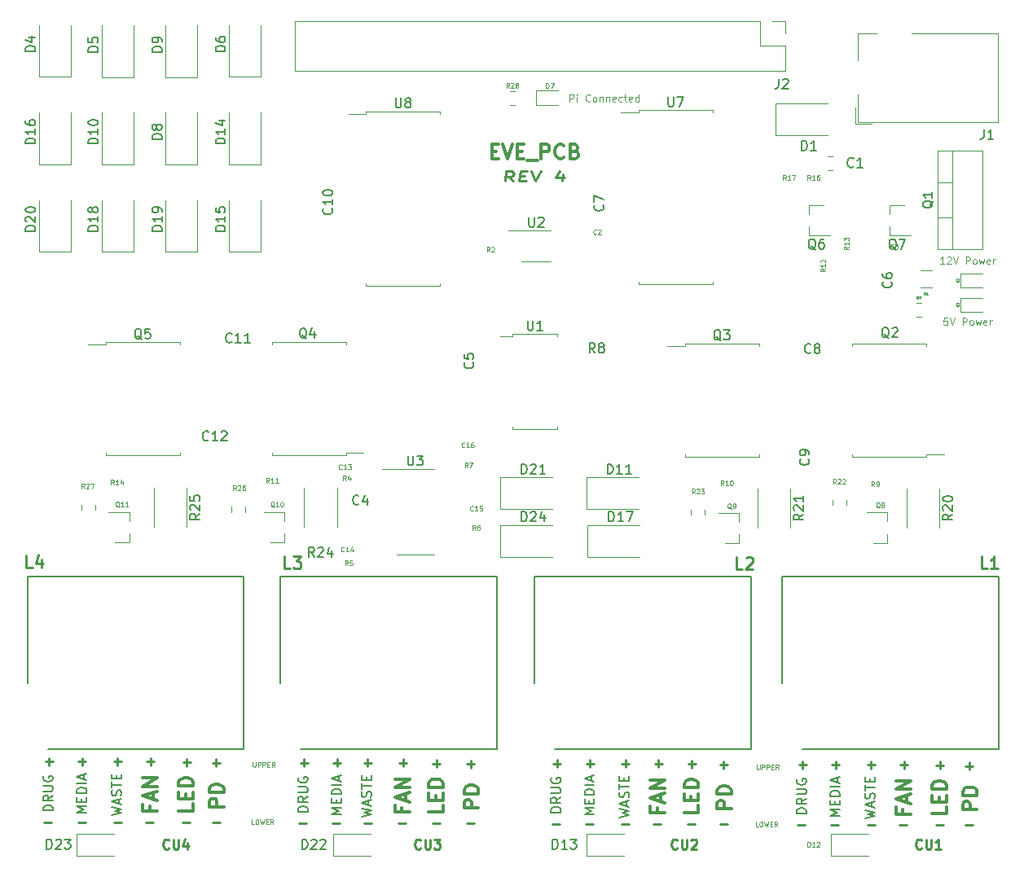
<source format=gbr>
G04 #@! TF.GenerationSoftware,KiCad,Pcbnew,5.1.5*
G04 #@! TF.CreationDate,2020-05-11T18:57:52-04:00*
G04 #@! TF.ProjectId,EVE-PCB-V4,4556452d-5043-4422-9d56-342e6b696361,rev?*
G04 #@! TF.SameCoordinates,Original*
G04 #@! TF.FileFunction,Legend,Top*
G04 #@! TF.FilePolarity,Positive*
%FSLAX46Y46*%
G04 Gerber Fmt 4.6, Leading zero omitted, Abs format (unit mm)*
G04 Created by KiCad (PCBNEW 5.1.5) date 2020-05-11 18:57:52*
%MOMM*%
%LPD*%
G04 APERTURE LIST*
%ADD10C,0.125000*%
%ADD11C,0.200000*%
%ADD12C,0.300000*%
%ADD13C,0.250000*%
%ADD14C,0.120000*%
%ADD15C,0.150000*%
%ADD16C,0.254000*%
%ADD17C,0.062500*%
G04 APERTURE END LIST*
D10*
X145357321Y-44662285D02*
X145357321Y-43912285D01*
X145643035Y-43912285D01*
X145714464Y-43948000D01*
X145750178Y-43983714D01*
X145785892Y-44055142D01*
X145785892Y-44162285D01*
X145750178Y-44233714D01*
X145714464Y-44269428D01*
X145643035Y-44305142D01*
X145357321Y-44305142D01*
X146107321Y-44662285D02*
X146107321Y-44162285D01*
X146107321Y-43912285D02*
X146071607Y-43948000D01*
X146107321Y-43983714D01*
X146143035Y-43948000D01*
X146107321Y-43912285D01*
X146107321Y-43983714D01*
X147464464Y-44590857D02*
X147428750Y-44626571D01*
X147321607Y-44662285D01*
X147250178Y-44662285D01*
X147143035Y-44626571D01*
X147071607Y-44555142D01*
X147035892Y-44483714D01*
X147000178Y-44340857D01*
X147000178Y-44233714D01*
X147035892Y-44090857D01*
X147071607Y-44019428D01*
X147143035Y-43948000D01*
X147250178Y-43912285D01*
X147321607Y-43912285D01*
X147428750Y-43948000D01*
X147464464Y-43983714D01*
X147893035Y-44662285D02*
X147821607Y-44626571D01*
X147785892Y-44590857D01*
X147750178Y-44519428D01*
X147750178Y-44305142D01*
X147785892Y-44233714D01*
X147821607Y-44198000D01*
X147893035Y-44162285D01*
X148000178Y-44162285D01*
X148071607Y-44198000D01*
X148107321Y-44233714D01*
X148143035Y-44305142D01*
X148143035Y-44519428D01*
X148107321Y-44590857D01*
X148071607Y-44626571D01*
X148000178Y-44662285D01*
X147893035Y-44662285D01*
X148464464Y-44162285D02*
X148464464Y-44662285D01*
X148464464Y-44233714D02*
X148500178Y-44198000D01*
X148571607Y-44162285D01*
X148678750Y-44162285D01*
X148750178Y-44198000D01*
X148785892Y-44269428D01*
X148785892Y-44662285D01*
X149143035Y-44162285D02*
X149143035Y-44662285D01*
X149143035Y-44233714D02*
X149178750Y-44198000D01*
X149250178Y-44162285D01*
X149357321Y-44162285D01*
X149428750Y-44198000D01*
X149464464Y-44269428D01*
X149464464Y-44662285D01*
X150107321Y-44626571D02*
X150035892Y-44662285D01*
X149893035Y-44662285D01*
X149821607Y-44626571D01*
X149785892Y-44555142D01*
X149785892Y-44269428D01*
X149821607Y-44198000D01*
X149893035Y-44162285D01*
X150035892Y-44162285D01*
X150107321Y-44198000D01*
X150143035Y-44269428D01*
X150143035Y-44340857D01*
X149785892Y-44412285D01*
X150785892Y-44626571D02*
X150714464Y-44662285D01*
X150571607Y-44662285D01*
X150500178Y-44626571D01*
X150464464Y-44590857D01*
X150428750Y-44519428D01*
X150428750Y-44305142D01*
X150464464Y-44233714D01*
X150500178Y-44198000D01*
X150571607Y-44162285D01*
X150714464Y-44162285D01*
X150785892Y-44198000D01*
X151000178Y-44162285D02*
X151285892Y-44162285D01*
X151107321Y-43912285D02*
X151107321Y-44555142D01*
X151143035Y-44626571D01*
X151214464Y-44662285D01*
X151285892Y-44662285D01*
X151821607Y-44626571D02*
X151750178Y-44662285D01*
X151607321Y-44662285D01*
X151535892Y-44626571D01*
X151500178Y-44555142D01*
X151500178Y-44269428D01*
X151535892Y-44198000D01*
X151607321Y-44162285D01*
X151750178Y-44162285D01*
X151821607Y-44198000D01*
X151857321Y-44269428D01*
X151857321Y-44340857D01*
X151500178Y-44412285D01*
X152500178Y-44662285D02*
X152500178Y-43912285D01*
X152500178Y-44626571D02*
X152428750Y-44662285D01*
X152285892Y-44662285D01*
X152214464Y-44626571D01*
X152178750Y-44590857D01*
X152143035Y-44519428D01*
X152143035Y-44305142D01*
X152178750Y-44233714D01*
X152214464Y-44198000D01*
X152285892Y-44162285D01*
X152428750Y-44162285D01*
X152500178Y-44198000D01*
D11*
X150518880Y-119070166D02*
X151518880Y-118832071D01*
X150804595Y-118641595D01*
X151518880Y-118451119D01*
X150518880Y-118213023D01*
X151233166Y-117879690D02*
X151233166Y-117403500D01*
X151518880Y-117974928D02*
X150518880Y-117641595D01*
X151518880Y-117308261D01*
X151471261Y-117022547D02*
X151518880Y-116879690D01*
X151518880Y-116641595D01*
X151471261Y-116546357D01*
X151423642Y-116498738D01*
X151328404Y-116451119D01*
X151233166Y-116451119D01*
X151137928Y-116498738D01*
X151090309Y-116546357D01*
X151042690Y-116641595D01*
X150995071Y-116832071D01*
X150947452Y-116927309D01*
X150899833Y-116974928D01*
X150804595Y-117022547D01*
X150709357Y-117022547D01*
X150614119Y-116974928D01*
X150566500Y-116927309D01*
X150518880Y-116832071D01*
X150518880Y-116593976D01*
X150566500Y-116451119D01*
X150518880Y-116165404D02*
X150518880Y-115593976D01*
X151518880Y-115879690D02*
X150518880Y-115879690D01*
X150995071Y-115260642D02*
X150995071Y-114927309D01*
X151518880Y-114784452D02*
X151518880Y-115260642D01*
X150518880Y-115260642D01*
X150518880Y-114784452D01*
D10*
X184600714Y-67153285D02*
X184243571Y-67153285D01*
X184207857Y-67510428D01*
X184243571Y-67474714D01*
X184315000Y-67439000D01*
X184493571Y-67439000D01*
X184565000Y-67474714D01*
X184600714Y-67510428D01*
X184636428Y-67581857D01*
X184636428Y-67760428D01*
X184600714Y-67831857D01*
X184565000Y-67867571D01*
X184493571Y-67903285D01*
X184315000Y-67903285D01*
X184243571Y-67867571D01*
X184207857Y-67831857D01*
X184850714Y-67153285D02*
X185100714Y-67903285D01*
X185350714Y-67153285D01*
X186172142Y-67903285D02*
X186172142Y-67153285D01*
X186457857Y-67153285D01*
X186529285Y-67189000D01*
X186565000Y-67224714D01*
X186600714Y-67296142D01*
X186600714Y-67403285D01*
X186565000Y-67474714D01*
X186529285Y-67510428D01*
X186457857Y-67546142D01*
X186172142Y-67546142D01*
X187029285Y-67903285D02*
X186957857Y-67867571D01*
X186922142Y-67831857D01*
X186886428Y-67760428D01*
X186886428Y-67546142D01*
X186922142Y-67474714D01*
X186957857Y-67439000D01*
X187029285Y-67403285D01*
X187136428Y-67403285D01*
X187207857Y-67439000D01*
X187243571Y-67474714D01*
X187279285Y-67546142D01*
X187279285Y-67760428D01*
X187243571Y-67831857D01*
X187207857Y-67867571D01*
X187136428Y-67903285D01*
X187029285Y-67903285D01*
X187529285Y-67403285D02*
X187672142Y-67903285D01*
X187815000Y-67546142D01*
X187957857Y-67903285D01*
X188100714Y-67403285D01*
X188672142Y-67867571D02*
X188600714Y-67903285D01*
X188457857Y-67903285D01*
X188386428Y-67867571D01*
X188350714Y-67796142D01*
X188350714Y-67510428D01*
X188386428Y-67439000D01*
X188457857Y-67403285D01*
X188600714Y-67403285D01*
X188672142Y-67439000D01*
X188707857Y-67510428D01*
X188707857Y-67581857D01*
X188350714Y-67653285D01*
X189029285Y-67903285D02*
X189029285Y-67403285D01*
X189029285Y-67546142D02*
X189065000Y-67474714D01*
X189100714Y-67439000D01*
X189172142Y-67403285D01*
X189243571Y-67403285D01*
X184279285Y-61553285D02*
X183850714Y-61553285D01*
X184065000Y-61553285D02*
X184065000Y-60803285D01*
X183993571Y-60910428D01*
X183922142Y-60981857D01*
X183850714Y-61017571D01*
X184565000Y-60874714D02*
X184600714Y-60839000D01*
X184672142Y-60803285D01*
X184850714Y-60803285D01*
X184922142Y-60839000D01*
X184957857Y-60874714D01*
X184993571Y-60946142D01*
X184993571Y-61017571D01*
X184957857Y-61124714D01*
X184529285Y-61553285D01*
X184993571Y-61553285D01*
X185207857Y-60803285D02*
X185457857Y-61553285D01*
X185707857Y-60803285D01*
X186529285Y-61553285D02*
X186529285Y-60803285D01*
X186815000Y-60803285D01*
X186886428Y-60839000D01*
X186922142Y-60874714D01*
X186957857Y-60946142D01*
X186957857Y-61053285D01*
X186922142Y-61124714D01*
X186886428Y-61160428D01*
X186815000Y-61196142D01*
X186529285Y-61196142D01*
X187386428Y-61553285D02*
X187315000Y-61517571D01*
X187279285Y-61481857D01*
X187243571Y-61410428D01*
X187243571Y-61196142D01*
X187279285Y-61124714D01*
X187315000Y-61089000D01*
X187386428Y-61053285D01*
X187493571Y-61053285D01*
X187565000Y-61089000D01*
X187600714Y-61124714D01*
X187636428Y-61196142D01*
X187636428Y-61410428D01*
X187600714Y-61481857D01*
X187565000Y-61517571D01*
X187493571Y-61553285D01*
X187386428Y-61553285D01*
X187886428Y-61053285D02*
X188029285Y-61553285D01*
X188172142Y-61196142D01*
X188315000Y-61553285D01*
X188457857Y-61053285D01*
X189029285Y-61517571D02*
X188957857Y-61553285D01*
X188815000Y-61553285D01*
X188743571Y-61517571D01*
X188707857Y-61446142D01*
X188707857Y-61160428D01*
X188743571Y-61089000D01*
X188815000Y-61053285D01*
X188957857Y-61053285D01*
X189029285Y-61089000D01*
X189065000Y-61160428D01*
X189065000Y-61231857D01*
X188707857Y-61303285D01*
X189386428Y-61553285D02*
X189386428Y-61053285D01*
X189386428Y-61196142D02*
X189422142Y-61124714D01*
X189457857Y-61089000D01*
X189529285Y-61053285D01*
X189600714Y-61053285D01*
X112541952Y-119796690D02*
X112303857Y-119796690D01*
X112303857Y-119296690D01*
X112803857Y-119296690D02*
X112899095Y-119296690D01*
X112946714Y-119320500D01*
X112994333Y-119368119D01*
X113018142Y-119463357D01*
X113018142Y-119630023D01*
X112994333Y-119725261D01*
X112946714Y-119772880D01*
X112899095Y-119796690D01*
X112803857Y-119796690D01*
X112756238Y-119772880D01*
X112708619Y-119725261D01*
X112684809Y-119630023D01*
X112684809Y-119463357D01*
X112708619Y-119368119D01*
X112756238Y-119320500D01*
X112803857Y-119296690D01*
X113184809Y-119296690D02*
X113303857Y-119796690D01*
X113399095Y-119439547D01*
X113494333Y-119796690D01*
X113613380Y-119296690D01*
X113803857Y-119534785D02*
X113970523Y-119534785D01*
X114041952Y-119796690D02*
X113803857Y-119796690D01*
X113803857Y-119296690D01*
X114041952Y-119296690D01*
X114541952Y-119796690D02*
X114375285Y-119558595D01*
X114256238Y-119796690D02*
X114256238Y-119296690D01*
X114446714Y-119296690D01*
X114494333Y-119320500D01*
X114518142Y-119344309D01*
X114541952Y-119391928D01*
X114541952Y-119463357D01*
X114518142Y-119510976D01*
X114494333Y-119534785D01*
X114446714Y-119558595D01*
X114256238Y-119558595D01*
D12*
X132187071Y-117804285D02*
X132187071Y-118518571D01*
X130687071Y-118518571D01*
X131401357Y-117304285D02*
X131401357Y-116804285D01*
X132187071Y-116590000D02*
X132187071Y-117304285D01*
X130687071Y-117304285D01*
X130687071Y-116590000D01*
X132187071Y-115947142D02*
X130687071Y-115947142D01*
X130687071Y-115590000D01*
X130758500Y-115375714D01*
X130901357Y-115232857D01*
X131044214Y-115161428D01*
X131329928Y-115090000D01*
X131544214Y-115090000D01*
X131829928Y-115161428D01*
X131972785Y-115232857D01*
X132115642Y-115375714D01*
X132187071Y-115590000D01*
X132187071Y-115947142D01*
D10*
X112418952Y-113327690D02*
X112418952Y-113732452D01*
X112442761Y-113780071D01*
X112466571Y-113803880D01*
X112514190Y-113827690D01*
X112609428Y-113827690D01*
X112657047Y-113803880D01*
X112680857Y-113780071D01*
X112704666Y-113732452D01*
X112704666Y-113327690D01*
X112942761Y-113827690D02*
X112942761Y-113327690D01*
X113133238Y-113327690D01*
X113180857Y-113351500D01*
X113204666Y-113375309D01*
X113228476Y-113422928D01*
X113228476Y-113494357D01*
X113204666Y-113541976D01*
X113180857Y-113565785D01*
X113133238Y-113589595D01*
X112942761Y-113589595D01*
X113442761Y-113827690D02*
X113442761Y-113327690D01*
X113633238Y-113327690D01*
X113680857Y-113351500D01*
X113704666Y-113375309D01*
X113728476Y-113422928D01*
X113728476Y-113494357D01*
X113704666Y-113541976D01*
X113680857Y-113565785D01*
X113633238Y-113589595D01*
X113442761Y-113589595D01*
X113942761Y-113565785D02*
X114109428Y-113565785D01*
X114180857Y-113827690D02*
X113942761Y-113827690D01*
X113942761Y-113327690D01*
X114180857Y-113327690D01*
X114680857Y-113827690D02*
X114514190Y-113589595D01*
X114395142Y-113827690D02*
X114395142Y-113327690D01*
X114585619Y-113327690D01*
X114633238Y-113351500D01*
X114657047Y-113375309D01*
X114680857Y-113422928D01*
X114680857Y-113494357D01*
X114657047Y-113541976D01*
X114633238Y-113565785D01*
X114585619Y-113589595D01*
X114395142Y-113589595D01*
D12*
X135870071Y-118109857D02*
X134370071Y-118109857D01*
X134370071Y-117538428D01*
X134441500Y-117395571D01*
X134512928Y-117324142D01*
X134655785Y-117252714D01*
X134870071Y-117252714D01*
X135012928Y-117324142D01*
X135084357Y-117395571D01*
X135155785Y-117538428D01*
X135155785Y-118109857D01*
X135870071Y-116609857D02*
X134370071Y-116609857D01*
X134370071Y-116252714D01*
X134441500Y-116038428D01*
X134584357Y-115895571D01*
X134727214Y-115824142D01*
X135012928Y-115752714D01*
X135227214Y-115752714D01*
X135512928Y-115824142D01*
X135655785Y-115895571D01*
X135798642Y-116038428D01*
X135870071Y-116252714D01*
X135870071Y-116609857D01*
X127908857Y-118054285D02*
X127908857Y-118554285D01*
X128694571Y-118554285D02*
X127194571Y-118554285D01*
X127194571Y-117840000D01*
X128266000Y-117340000D02*
X128266000Y-116625714D01*
X128694571Y-117482857D02*
X127194571Y-116982857D01*
X128694571Y-116482857D01*
X128694571Y-115982857D02*
X127194571Y-115982857D01*
X128694571Y-115125714D01*
X127194571Y-115125714D01*
D13*
X123952047Y-113418928D02*
X124713952Y-113418928D01*
X124333000Y-113799880D02*
X124333000Y-113037976D01*
X127635047Y-113418928D02*
X128396952Y-113418928D01*
X128016000Y-113799880D02*
X128016000Y-113037976D01*
X131127547Y-113482428D02*
X131889452Y-113482428D01*
X131508500Y-113863380D02*
X131508500Y-113101476D01*
X134683547Y-113545928D02*
X135445452Y-113545928D01*
X135064500Y-113926880D02*
X135064500Y-113164976D01*
D11*
X123721880Y-119006666D02*
X124721880Y-118768571D01*
X124007595Y-118578095D01*
X124721880Y-118387619D01*
X123721880Y-118149523D01*
X124436166Y-117816190D02*
X124436166Y-117340000D01*
X124721880Y-117911428D02*
X123721880Y-117578095D01*
X124721880Y-117244761D01*
X124674261Y-116959047D02*
X124721880Y-116816190D01*
X124721880Y-116578095D01*
X124674261Y-116482857D01*
X124626642Y-116435238D01*
X124531404Y-116387619D01*
X124436166Y-116387619D01*
X124340928Y-116435238D01*
X124293309Y-116482857D01*
X124245690Y-116578095D01*
X124198071Y-116768571D01*
X124150452Y-116863809D01*
X124102833Y-116911428D01*
X124007595Y-116959047D01*
X123912357Y-116959047D01*
X123817119Y-116911428D01*
X123769500Y-116863809D01*
X123721880Y-116768571D01*
X123721880Y-116530476D01*
X123769500Y-116387619D01*
X123721880Y-116101904D02*
X123721880Y-115530476D01*
X124721880Y-115816190D02*
X123721880Y-115816190D01*
X124198071Y-115197142D02*
X124198071Y-114863809D01*
X124721880Y-114720952D02*
X124721880Y-115197142D01*
X123721880Y-115197142D01*
X123721880Y-114720952D01*
D13*
X117221047Y-119705428D02*
X117982952Y-119705428D01*
X120713547Y-119705428D02*
X121475452Y-119705428D01*
X117348047Y-113418928D02*
X118109952Y-113418928D01*
X117729000Y-113799880D02*
X117729000Y-113037976D01*
X123952047Y-119705428D02*
X124713952Y-119705428D01*
D11*
X118117880Y-118498714D02*
X117117880Y-118498714D01*
X117117880Y-118260619D01*
X117165500Y-118117761D01*
X117260738Y-118022523D01*
X117355976Y-117974904D01*
X117546452Y-117927285D01*
X117689309Y-117927285D01*
X117879785Y-117974904D01*
X117975023Y-118022523D01*
X118070261Y-118117761D01*
X118117880Y-118260619D01*
X118117880Y-118498714D01*
X118117880Y-116927285D02*
X117641690Y-117260619D01*
X118117880Y-117498714D02*
X117117880Y-117498714D01*
X117117880Y-117117761D01*
X117165500Y-117022523D01*
X117213119Y-116974904D01*
X117308357Y-116927285D01*
X117451214Y-116927285D01*
X117546452Y-116974904D01*
X117594071Y-117022523D01*
X117641690Y-117117761D01*
X117641690Y-117498714D01*
X117117880Y-116498714D02*
X117927404Y-116498714D01*
X118022642Y-116451095D01*
X118070261Y-116403476D01*
X118117880Y-116308238D01*
X118117880Y-116117761D01*
X118070261Y-116022523D01*
X118022642Y-115974904D01*
X117927404Y-115927285D01*
X117117880Y-115927285D01*
X117165500Y-114927285D02*
X117117880Y-115022523D01*
X117117880Y-115165380D01*
X117165500Y-115308238D01*
X117260738Y-115403476D01*
X117355976Y-115451095D01*
X117546452Y-115498714D01*
X117689309Y-115498714D01*
X117879785Y-115451095D01*
X117975023Y-115403476D01*
X118070261Y-115308238D01*
X118117880Y-115165380D01*
X118117880Y-115070142D01*
X118070261Y-114927285D01*
X118022642Y-114879666D01*
X117689309Y-114879666D01*
X117689309Y-115070142D01*
D13*
X134683547Y-119705428D02*
X135445452Y-119705428D01*
D11*
X121610380Y-118728880D02*
X120610380Y-118728880D01*
X121324666Y-118395547D01*
X120610380Y-118062214D01*
X121610380Y-118062214D01*
X121086571Y-117586023D02*
X121086571Y-117252690D01*
X121610380Y-117109833D02*
X121610380Y-117586023D01*
X120610380Y-117586023D01*
X120610380Y-117109833D01*
X121610380Y-116681261D02*
X120610380Y-116681261D01*
X120610380Y-116443166D01*
X120658000Y-116300309D01*
X120753238Y-116205071D01*
X120848476Y-116157452D01*
X121038952Y-116109833D01*
X121181809Y-116109833D01*
X121372285Y-116157452D01*
X121467523Y-116205071D01*
X121562761Y-116300309D01*
X121610380Y-116443166D01*
X121610380Y-116681261D01*
X121610380Y-115681261D02*
X120610380Y-115681261D01*
X121324666Y-115252690D02*
X121324666Y-114776500D01*
X121610380Y-115347928D02*
X120610380Y-115014595D01*
X121610380Y-114681261D01*
D13*
X131064047Y-119705428D02*
X131825952Y-119705428D01*
X127508047Y-119705428D02*
X128269952Y-119705428D01*
X120777047Y-113418928D02*
X121538952Y-113418928D01*
X121158000Y-113799880D02*
X121158000Y-113037976D01*
X108204047Y-119578428D02*
X108965952Y-119578428D01*
X94297547Y-113291928D02*
X95059452Y-113291928D01*
X94678500Y-113672880D02*
X94678500Y-112910976D01*
X101409547Y-113291928D02*
X102171452Y-113291928D01*
X101790500Y-113672880D02*
X101790500Y-112910976D01*
D12*
X101683357Y-117927285D02*
X101683357Y-118427285D01*
X102469071Y-118427285D02*
X100969071Y-118427285D01*
X100969071Y-117713000D01*
X102040500Y-117213000D02*
X102040500Y-116498714D01*
X102469071Y-117355857D02*
X100969071Y-116855857D01*
X102469071Y-116355857D01*
X102469071Y-115855857D02*
X100969071Y-115855857D01*
X102469071Y-114998714D01*
X100969071Y-114998714D01*
D13*
X94234047Y-119578428D02*
X94995952Y-119578428D01*
X101282547Y-119578428D02*
X102044452Y-119578428D01*
D12*
X106215571Y-117677285D02*
X106215571Y-118391571D01*
X104715571Y-118391571D01*
X105429857Y-117177285D02*
X105429857Y-116677285D01*
X106215571Y-116463000D02*
X106215571Y-117177285D01*
X104715571Y-117177285D01*
X104715571Y-116463000D01*
X106215571Y-115820142D02*
X104715571Y-115820142D01*
X104715571Y-115463000D01*
X104787000Y-115248714D01*
X104929857Y-115105857D01*
X105072714Y-115034428D01*
X105358428Y-114963000D01*
X105572714Y-114963000D01*
X105858428Y-115034428D01*
X106001285Y-115105857D01*
X106144142Y-115248714D01*
X106215571Y-115463000D01*
X106215571Y-115820142D01*
D13*
X97980547Y-119578428D02*
X98742452Y-119578428D01*
D12*
X109390571Y-117982857D02*
X107890571Y-117982857D01*
X107890571Y-117411428D01*
X107962000Y-117268571D01*
X108033428Y-117197142D01*
X108176285Y-117125714D01*
X108390571Y-117125714D01*
X108533428Y-117197142D01*
X108604857Y-117268571D01*
X108676285Y-117411428D01*
X108676285Y-117982857D01*
X109390571Y-116482857D02*
X107890571Y-116482857D01*
X107890571Y-116125714D01*
X107962000Y-115911428D01*
X108104857Y-115768571D01*
X108247714Y-115697142D01*
X108533428Y-115625714D01*
X108747714Y-115625714D01*
X109033428Y-115697142D01*
X109176285Y-115768571D01*
X109319142Y-115911428D01*
X109390571Y-116125714D01*
X109390571Y-116482857D01*
D13*
X90741547Y-119578428D02*
X91503452Y-119578428D01*
X90868547Y-113291928D02*
X91630452Y-113291928D01*
X91249500Y-113672880D02*
X91249500Y-112910976D01*
D11*
X91638380Y-118371714D02*
X90638380Y-118371714D01*
X90638380Y-118133619D01*
X90686000Y-117990761D01*
X90781238Y-117895523D01*
X90876476Y-117847904D01*
X91066952Y-117800285D01*
X91209809Y-117800285D01*
X91400285Y-117847904D01*
X91495523Y-117895523D01*
X91590761Y-117990761D01*
X91638380Y-118133619D01*
X91638380Y-118371714D01*
X91638380Y-116800285D02*
X91162190Y-117133619D01*
X91638380Y-117371714D02*
X90638380Y-117371714D01*
X90638380Y-116990761D01*
X90686000Y-116895523D01*
X90733619Y-116847904D01*
X90828857Y-116800285D01*
X90971714Y-116800285D01*
X91066952Y-116847904D01*
X91114571Y-116895523D01*
X91162190Y-116990761D01*
X91162190Y-117371714D01*
X90638380Y-116371714D02*
X91447904Y-116371714D01*
X91543142Y-116324095D01*
X91590761Y-116276476D01*
X91638380Y-116181238D01*
X91638380Y-115990761D01*
X91590761Y-115895523D01*
X91543142Y-115847904D01*
X91447904Y-115800285D01*
X90638380Y-115800285D01*
X90686000Y-114800285D02*
X90638380Y-114895523D01*
X90638380Y-115038380D01*
X90686000Y-115181238D01*
X90781238Y-115276476D01*
X90876476Y-115324095D01*
X91066952Y-115371714D01*
X91209809Y-115371714D01*
X91400285Y-115324095D01*
X91495523Y-115276476D01*
X91590761Y-115181238D01*
X91638380Y-115038380D01*
X91638380Y-114943142D01*
X91590761Y-114800285D01*
X91543142Y-114752666D01*
X91209809Y-114752666D01*
X91209809Y-114943142D01*
D13*
X108204047Y-113418928D02*
X108965952Y-113418928D01*
X108585000Y-113799880D02*
X108585000Y-113037976D01*
X97980547Y-113291928D02*
X98742452Y-113291928D01*
X98361500Y-113672880D02*
X98361500Y-112910976D01*
X105092547Y-119578428D02*
X105854452Y-119578428D01*
D11*
X95130880Y-118601880D02*
X94130880Y-118601880D01*
X94845166Y-118268547D01*
X94130880Y-117935214D01*
X95130880Y-117935214D01*
X94607071Y-117459023D02*
X94607071Y-117125690D01*
X95130880Y-116982833D02*
X95130880Y-117459023D01*
X94130880Y-117459023D01*
X94130880Y-116982833D01*
X95130880Y-116554261D02*
X94130880Y-116554261D01*
X94130880Y-116316166D01*
X94178500Y-116173309D01*
X94273738Y-116078071D01*
X94368976Y-116030452D01*
X94559452Y-115982833D01*
X94702309Y-115982833D01*
X94892785Y-116030452D01*
X94988023Y-116078071D01*
X95083261Y-116173309D01*
X95130880Y-116316166D01*
X95130880Y-116554261D01*
X95130880Y-115554261D02*
X94130880Y-115554261D01*
X94845166Y-115125690D02*
X94845166Y-114649500D01*
X95130880Y-115220928D02*
X94130880Y-114887595D01*
X95130880Y-114554261D01*
D13*
X105156047Y-113355428D02*
X105917952Y-113355428D01*
X105537000Y-113736380D02*
X105537000Y-112974476D01*
D11*
X97750380Y-118879666D02*
X98750380Y-118641571D01*
X98036095Y-118451095D01*
X98750380Y-118260619D01*
X97750380Y-118022523D01*
X98464666Y-117689190D02*
X98464666Y-117213000D01*
X98750380Y-117784428D02*
X97750380Y-117451095D01*
X98750380Y-117117761D01*
X98702761Y-116832047D02*
X98750380Y-116689190D01*
X98750380Y-116451095D01*
X98702761Y-116355857D01*
X98655142Y-116308238D01*
X98559904Y-116260619D01*
X98464666Y-116260619D01*
X98369428Y-116308238D01*
X98321809Y-116355857D01*
X98274190Y-116451095D01*
X98226571Y-116641571D01*
X98178952Y-116736809D01*
X98131333Y-116784428D01*
X98036095Y-116832047D01*
X97940857Y-116832047D01*
X97845619Y-116784428D01*
X97798000Y-116736809D01*
X97750380Y-116641571D01*
X97750380Y-116403476D01*
X97798000Y-116260619D01*
X97750380Y-115974904D02*
X97750380Y-115403476D01*
X98750380Y-115689190D02*
X97750380Y-115689190D01*
X98226571Y-115070142D02*
X98226571Y-114736809D01*
X98750380Y-114593952D02*
X98750380Y-115070142D01*
X97750380Y-115070142D01*
X97750380Y-114593952D01*
D12*
X158730071Y-117867785D02*
X158730071Y-118582071D01*
X157230071Y-118582071D01*
X157944357Y-117367785D02*
X157944357Y-116867785D01*
X158730071Y-116653500D02*
X158730071Y-117367785D01*
X157230071Y-117367785D01*
X157230071Y-116653500D01*
X158730071Y-116010642D02*
X157230071Y-116010642D01*
X157230071Y-115653500D01*
X157301500Y-115439214D01*
X157444357Y-115296357D01*
X157587214Y-115224928D01*
X157872928Y-115153500D01*
X158087214Y-115153500D01*
X158372928Y-115224928D01*
X158515785Y-115296357D01*
X158658642Y-115439214D01*
X158730071Y-115653500D01*
X158730071Y-116010642D01*
X162159071Y-118173357D02*
X160659071Y-118173357D01*
X160659071Y-117601928D01*
X160730500Y-117459071D01*
X160801928Y-117387642D01*
X160944785Y-117316214D01*
X161159071Y-117316214D01*
X161301928Y-117387642D01*
X161373357Y-117459071D01*
X161444785Y-117601928D01*
X161444785Y-118173357D01*
X162159071Y-116673357D02*
X160659071Y-116673357D01*
X160659071Y-116316214D01*
X160730500Y-116101928D01*
X160873357Y-115959071D01*
X161016214Y-115887642D01*
X161301928Y-115816214D01*
X161516214Y-115816214D01*
X161801928Y-115887642D01*
X161944785Y-115959071D01*
X162087642Y-116101928D01*
X162159071Y-116316214D01*
X162159071Y-116673357D01*
X154451857Y-118117785D02*
X154451857Y-118617785D01*
X155237571Y-118617785D02*
X153737571Y-118617785D01*
X153737571Y-117903500D01*
X154809000Y-117403500D02*
X154809000Y-116689214D01*
X155237571Y-117546357D02*
X153737571Y-117046357D01*
X155237571Y-116546357D01*
X155237571Y-116046357D02*
X153737571Y-116046357D01*
X155237571Y-115189214D01*
X153737571Y-115189214D01*
D13*
X150749047Y-113482428D02*
X151510952Y-113482428D01*
X151130000Y-113863380D02*
X151130000Y-113101476D01*
X154178047Y-113482428D02*
X154939952Y-113482428D01*
X154559000Y-113863380D02*
X154559000Y-113101476D01*
X157670547Y-113545928D02*
X158432452Y-113545928D01*
X158051500Y-113926880D02*
X158051500Y-113164976D01*
X160972547Y-113609428D02*
X161734452Y-113609428D01*
X161353500Y-113990380D02*
X161353500Y-113228476D01*
X143510047Y-119768928D02*
X144271952Y-119768928D01*
X147002547Y-119768928D02*
X147764452Y-119768928D01*
X143637047Y-113482428D02*
X144398952Y-113482428D01*
X144018000Y-113863380D02*
X144018000Y-113101476D01*
X150749047Y-119768928D02*
X151510952Y-119768928D01*
D11*
X144406880Y-118562214D02*
X143406880Y-118562214D01*
X143406880Y-118324119D01*
X143454500Y-118181261D01*
X143549738Y-118086023D01*
X143644976Y-118038404D01*
X143835452Y-117990785D01*
X143978309Y-117990785D01*
X144168785Y-118038404D01*
X144264023Y-118086023D01*
X144359261Y-118181261D01*
X144406880Y-118324119D01*
X144406880Y-118562214D01*
X144406880Y-116990785D02*
X143930690Y-117324119D01*
X144406880Y-117562214D02*
X143406880Y-117562214D01*
X143406880Y-117181261D01*
X143454500Y-117086023D01*
X143502119Y-117038404D01*
X143597357Y-116990785D01*
X143740214Y-116990785D01*
X143835452Y-117038404D01*
X143883071Y-117086023D01*
X143930690Y-117181261D01*
X143930690Y-117562214D01*
X143406880Y-116562214D02*
X144216404Y-116562214D01*
X144311642Y-116514595D01*
X144359261Y-116466976D01*
X144406880Y-116371738D01*
X144406880Y-116181261D01*
X144359261Y-116086023D01*
X144311642Y-116038404D01*
X144216404Y-115990785D01*
X143406880Y-115990785D01*
X143454500Y-114990785D02*
X143406880Y-115086023D01*
X143406880Y-115228880D01*
X143454500Y-115371738D01*
X143549738Y-115466976D01*
X143644976Y-115514595D01*
X143835452Y-115562214D01*
X143978309Y-115562214D01*
X144168785Y-115514595D01*
X144264023Y-115466976D01*
X144359261Y-115371738D01*
X144406880Y-115228880D01*
X144406880Y-115133642D01*
X144359261Y-114990785D01*
X144311642Y-114943166D01*
X143978309Y-114943166D01*
X143978309Y-115133642D01*
D13*
X160972547Y-119768928D02*
X161734452Y-119768928D01*
D11*
X147899380Y-118792380D02*
X146899380Y-118792380D01*
X147613666Y-118459047D01*
X146899380Y-118125714D01*
X147899380Y-118125714D01*
X147375571Y-117649523D02*
X147375571Y-117316190D01*
X147899380Y-117173333D02*
X147899380Y-117649523D01*
X146899380Y-117649523D01*
X146899380Y-117173333D01*
X147899380Y-116744761D02*
X146899380Y-116744761D01*
X146899380Y-116506666D01*
X146947000Y-116363809D01*
X147042238Y-116268571D01*
X147137476Y-116220952D01*
X147327952Y-116173333D01*
X147470809Y-116173333D01*
X147661285Y-116220952D01*
X147756523Y-116268571D01*
X147851761Y-116363809D01*
X147899380Y-116506666D01*
X147899380Y-116744761D01*
X147899380Y-115744761D02*
X146899380Y-115744761D01*
X147613666Y-115316190D02*
X147613666Y-114840000D01*
X147899380Y-115411428D02*
X146899380Y-115078095D01*
X147899380Y-114744761D01*
D13*
X157607047Y-119768928D02*
X158368952Y-119768928D01*
X154051047Y-119768928D02*
X154812952Y-119768928D01*
X147066047Y-113482428D02*
X147827952Y-113482428D01*
X147447000Y-113863380D02*
X147447000Y-113101476D01*
X169037047Y-119895928D02*
X169798952Y-119895928D01*
X172529547Y-119895928D02*
X173291452Y-119895928D01*
X176276047Y-119895928D02*
X177037952Y-119895928D01*
X179578047Y-119895928D02*
X180339952Y-119895928D01*
X183388047Y-119895928D02*
X184149952Y-119895928D01*
X186499547Y-119895928D02*
X187261452Y-119895928D01*
X169164047Y-113609428D02*
X169925952Y-113609428D01*
X169545000Y-113990380D02*
X169545000Y-113228476D01*
X172593047Y-113609428D02*
X173354952Y-113609428D01*
X172974000Y-113990380D02*
X172974000Y-113228476D01*
D11*
X169933880Y-118689214D02*
X168933880Y-118689214D01*
X168933880Y-118451119D01*
X168981500Y-118308261D01*
X169076738Y-118213023D01*
X169171976Y-118165404D01*
X169362452Y-118117785D01*
X169505309Y-118117785D01*
X169695785Y-118165404D01*
X169791023Y-118213023D01*
X169886261Y-118308261D01*
X169933880Y-118451119D01*
X169933880Y-118689214D01*
X169933880Y-117117785D02*
X169457690Y-117451119D01*
X169933880Y-117689214D02*
X168933880Y-117689214D01*
X168933880Y-117308261D01*
X168981500Y-117213023D01*
X169029119Y-117165404D01*
X169124357Y-117117785D01*
X169267214Y-117117785D01*
X169362452Y-117165404D01*
X169410071Y-117213023D01*
X169457690Y-117308261D01*
X169457690Y-117689214D01*
X168933880Y-116689214D02*
X169743404Y-116689214D01*
X169838642Y-116641595D01*
X169886261Y-116593976D01*
X169933880Y-116498738D01*
X169933880Y-116308261D01*
X169886261Y-116213023D01*
X169838642Y-116165404D01*
X169743404Y-116117785D01*
X168933880Y-116117785D01*
X168981500Y-115117785D02*
X168933880Y-115213023D01*
X168933880Y-115355880D01*
X168981500Y-115498738D01*
X169076738Y-115593976D01*
X169171976Y-115641595D01*
X169362452Y-115689214D01*
X169505309Y-115689214D01*
X169695785Y-115641595D01*
X169791023Y-115593976D01*
X169886261Y-115498738D01*
X169933880Y-115355880D01*
X169933880Y-115260642D01*
X169886261Y-115117785D01*
X169838642Y-115070166D01*
X169505309Y-115070166D01*
X169505309Y-115260642D01*
X173426380Y-118919380D02*
X172426380Y-118919380D01*
X173140666Y-118586047D01*
X172426380Y-118252714D01*
X173426380Y-118252714D01*
X172902571Y-117776523D02*
X172902571Y-117443190D01*
X173426380Y-117300333D02*
X173426380Y-117776523D01*
X172426380Y-117776523D01*
X172426380Y-117300333D01*
X173426380Y-116871761D02*
X172426380Y-116871761D01*
X172426380Y-116633666D01*
X172474000Y-116490809D01*
X172569238Y-116395571D01*
X172664476Y-116347952D01*
X172854952Y-116300333D01*
X172997809Y-116300333D01*
X173188285Y-116347952D01*
X173283523Y-116395571D01*
X173378761Y-116490809D01*
X173426380Y-116633666D01*
X173426380Y-116871761D01*
X173426380Y-115871761D02*
X172426380Y-115871761D01*
X173140666Y-115443190D02*
X173140666Y-114967000D01*
X173426380Y-115538428D02*
X172426380Y-115205095D01*
X173426380Y-114871761D01*
D13*
X176276047Y-113609428D02*
X177037952Y-113609428D01*
X176657000Y-113990380D02*
X176657000Y-113228476D01*
X179705047Y-113609428D02*
X180466952Y-113609428D01*
X180086000Y-113990380D02*
X180086000Y-113228476D01*
X183451547Y-113672928D02*
X184213452Y-113672928D01*
X183832500Y-114053880D02*
X183832500Y-113291976D01*
X186499547Y-113736428D02*
X187261452Y-113736428D01*
X186880500Y-114117380D02*
X186880500Y-113355476D01*
D11*
X176045880Y-119197166D02*
X177045880Y-118959071D01*
X176331595Y-118768595D01*
X177045880Y-118578119D01*
X176045880Y-118340023D01*
X176760166Y-118006690D02*
X176760166Y-117530500D01*
X177045880Y-118101928D02*
X176045880Y-117768595D01*
X177045880Y-117435261D01*
X176998261Y-117149547D02*
X177045880Y-117006690D01*
X177045880Y-116768595D01*
X176998261Y-116673357D01*
X176950642Y-116625738D01*
X176855404Y-116578119D01*
X176760166Y-116578119D01*
X176664928Y-116625738D01*
X176617309Y-116673357D01*
X176569690Y-116768595D01*
X176522071Y-116959071D01*
X176474452Y-117054309D01*
X176426833Y-117101928D01*
X176331595Y-117149547D01*
X176236357Y-117149547D01*
X176141119Y-117101928D01*
X176093500Y-117054309D01*
X176045880Y-116959071D01*
X176045880Y-116720976D01*
X176093500Y-116578119D01*
X176045880Y-116292404D02*
X176045880Y-115720976D01*
X177045880Y-116006690D02*
X176045880Y-116006690D01*
X176522071Y-115387642D02*
X176522071Y-115054309D01*
X177045880Y-114911452D02*
X177045880Y-115387642D01*
X176045880Y-115387642D01*
X176045880Y-114911452D01*
D12*
X179978857Y-118244785D02*
X179978857Y-118744785D01*
X180764571Y-118744785D02*
X179264571Y-118744785D01*
X179264571Y-118030500D01*
X180336000Y-117530500D02*
X180336000Y-116816214D01*
X180764571Y-117673357D02*
X179264571Y-117173357D01*
X180764571Y-116673357D01*
X180764571Y-116173357D02*
X179264571Y-116173357D01*
X180764571Y-115316214D01*
X179264571Y-115316214D01*
X184511071Y-117994785D02*
X184511071Y-118709071D01*
X183011071Y-118709071D01*
X183725357Y-117494785D02*
X183725357Y-116994785D01*
X184511071Y-116780500D02*
X184511071Y-117494785D01*
X183011071Y-117494785D01*
X183011071Y-116780500D01*
X184511071Y-116137642D02*
X183011071Y-116137642D01*
X183011071Y-115780500D01*
X183082500Y-115566214D01*
X183225357Y-115423357D01*
X183368214Y-115351928D01*
X183653928Y-115280500D01*
X183868214Y-115280500D01*
X184153928Y-115351928D01*
X184296785Y-115423357D01*
X184439642Y-115566214D01*
X184511071Y-115780500D01*
X184511071Y-116137642D01*
D10*
X164806452Y-113581690D02*
X164806452Y-113986452D01*
X164830261Y-114034071D01*
X164854071Y-114057880D01*
X164901690Y-114081690D01*
X164996928Y-114081690D01*
X165044547Y-114057880D01*
X165068357Y-114034071D01*
X165092166Y-113986452D01*
X165092166Y-113581690D01*
X165330261Y-114081690D02*
X165330261Y-113581690D01*
X165520738Y-113581690D01*
X165568357Y-113605500D01*
X165592166Y-113629309D01*
X165615976Y-113676928D01*
X165615976Y-113748357D01*
X165592166Y-113795976D01*
X165568357Y-113819785D01*
X165520738Y-113843595D01*
X165330261Y-113843595D01*
X165830261Y-114081690D02*
X165830261Y-113581690D01*
X166020738Y-113581690D01*
X166068357Y-113605500D01*
X166092166Y-113629309D01*
X166115976Y-113676928D01*
X166115976Y-113748357D01*
X166092166Y-113795976D01*
X166068357Y-113819785D01*
X166020738Y-113843595D01*
X165830261Y-113843595D01*
X166330261Y-113819785D02*
X166496928Y-113819785D01*
X166568357Y-114081690D02*
X166330261Y-114081690D01*
X166330261Y-113581690D01*
X166568357Y-113581690D01*
X167068357Y-114081690D02*
X166901690Y-113843595D01*
X166782642Y-114081690D02*
X166782642Y-113581690D01*
X166973119Y-113581690D01*
X167020738Y-113605500D01*
X167044547Y-113629309D01*
X167068357Y-113676928D01*
X167068357Y-113748357D01*
X167044547Y-113795976D01*
X167020738Y-113819785D01*
X166973119Y-113843595D01*
X166782642Y-113843595D01*
X164929452Y-120050690D02*
X164691357Y-120050690D01*
X164691357Y-119550690D01*
X165191357Y-119550690D02*
X165286595Y-119550690D01*
X165334214Y-119574500D01*
X165381833Y-119622119D01*
X165405642Y-119717357D01*
X165405642Y-119884023D01*
X165381833Y-119979261D01*
X165334214Y-120026880D01*
X165286595Y-120050690D01*
X165191357Y-120050690D01*
X165143738Y-120026880D01*
X165096119Y-119979261D01*
X165072309Y-119884023D01*
X165072309Y-119717357D01*
X165096119Y-119622119D01*
X165143738Y-119574500D01*
X165191357Y-119550690D01*
X165572309Y-119550690D02*
X165691357Y-120050690D01*
X165786595Y-119693547D01*
X165881833Y-120050690D01*
X166000880Y-119550690D01*
X166191357Y-119788785D02*
X166358023Y-119788785D01*
X166429452Y-120050690D02*
X166191357Y-120050690D01*
X166191357Y-119550690D01*
X166429452Y-119550690D01*
X166929452Y-120050690D02*
X166762785Y-119812595D01*
X166643738Y-120050690D02*
X166643738Y-119550690D01*
X166834214Y-119550690D01*
X166881833Y-119574500D01*
X166905642Y-119598309D01*
X166929452Y-119645928D01*
X166929452Y-119717357D01*
X166905642Y-119764976D01*
X166881833Y-119788785D01*
X166834214Y-119812595D01*
X166643738Y-119812595D01*
D12*
X187686071Y-118300357D02*
X186186071Y-118300357D01*
X186186071Y-117728928D01*
X186257500Y-117586071D01*
X186328928Y-117514642D01*
X186471785Y-117443214D01*
X186686071Y-117443214D01*
X186828928Y-117514642D01*
X186900357Y-117586071D01*
X186971785Y-117728928D01*
X186971785Y-118300357D01*
X187686071Y-116800357D02*
X186186071Y-116800357D01*
X186186071Y-116443214D01*
X186257500Y-116228928D01*
X186400357Y-116086071D01*
X186543214Y-116014642D01*
X186828928Y-115943214D01*
X187043214Y-115943214D01*
X187328928Y-116014642D01*
X187471785Y-116086071D01*
X187614642Y-116228928D01*
X187686071Y-116443214D01*
X187686071Y-116800357D01*
D13*
X103703523Y-122277142D02*
X103655904Y-122324761D01*
X103513047Y-122372380D01*
X103417809Y-122372380D01*
X103274952Y-122324761D01*
X103179714Y-122229523D01*
X103132095Y-122134285D01*
X103084476Y-121943809D01*
X103084476Y-121800952D01*
X103132095Y-121610476D01*
X103179714Y-121515238D01*
X103274952Y-121420000D01*
X103417809Y-121372380D01*
X103513047Y-121372380D01*
X103655904Y-121420000D01*
X103703523Y-121467619D01*
X104132095Y-121372380D02*
X104132095Y-122181904D01*
X104179714Y-122277142D01*
X104227333Y-122324761D01*
X104322571Y-122372380D01*
X104513047Y-122372380D01*
X104608285Y-122324761D01*
X104655904Y-122277142D01*
X104703523Y-122181904D01*
X104703523Y-121372380D01*
X105608285Y-121705714D02*
X105608285Y-122372380D01*
X105370190Y-121324761D02*
X105132095Y-122039047D01*
X105751142Y-122039047D01*
X129865523Y-122277142D02*
X129817904Y-122324761D01*
X129675047Y-122372380D01*
X129579809Y-122372380D01*
X129436952Y-122324761D01*
X129341714Y-122229523D01*
X129294095Y-122134285D01*
X129246476Y-121943809D01*
X129246476Y-121800952D01*
X129294095Y-121610476D01*
X129341714Y-121515238D01*
X129436952Y-121420000D01*
X129579809Y-121372380D01*
X129675047Y-121372380D01*
X129817904Y-121420000D01*
X129865523Y-121467619D01*
X130294095Y-121372380D02*
X130294095Y-122181904D01*
X130341714Y-122277142D01*
X130389333Y-122324761D01*
X130484571Y-122372380D01*
X130675047Y-122372380D01*
X130770285Y-122324761D01*
X130817904Y-122277142D01*
X130865523Y-122181904D01*
X130865523Y-121372380D01*
X131246476Y-121372380D02*
X131865523Y-121372380D01*
X131532190Y-121753333D01*
X131675047Y-121753333D01*
X131770285Y-121800952D01*
X131817904Y-121848571D01*
X131865523Y-121943809D01*
X131865523Y-122181904D01*
X131817904Y-122277142D01*
X131770285Y-122324761D01*
X131675047Y-122372380D01*
X131389333Y-122372380D01*
X131294095Y-122324761D01*
X131246476Y-122277142D01*
X156535523Y-122277142D02*
X156487904Y-122324761D01*
X156345047Y-122372380D01*
X156249809Y-122372380D01*
X156106952Y-122324761D01*
X156011714Y-122229523D01*
X155964095Y-122134285D01*
X155916476Y-121943809D01*
X155916476Y-121800952D01*
X155964095Y-121610476D01*
X156011714Y-121515238D01*
X156106952Y-121420000D01*
X156249809Y-121372380D01*
X156345047Y-121372380D01*
X156487904Y-121420000D01*
X156535523Y-121467619D01*
X156964095Y-121372380D02*
X156964095Y-122181904D01*
X157011714Y-122277142D01*
X157059333Y-122324761D01*
X157154571Y-122372380D01*
X157345047Y-122372380D01*
X157440285Y-122324761D01*
X157487904Y-122277142D01*
X157535523Y-122181904D01*
X157535523Y-121372380D01*
X157964095Y-121467619D02*
X158011714Y-121420000D01*
X158106952Y-121372380D01*
X158345047Y-121372380D01*
X158440285Y-121420000D01*
X158487904Y-121467619D01*
X158535523Y-121562857D01*
X158535523Y-121658095D01*
X158487904Y-121800952D01*
X157916476Y-122372380D01*
X158535523Y-122372380D01*
X181935523Y-122277142D02*
X181887904Y-122324761D01*
X181745047Y-122372380D01*
X181649809Y-122372380D01*
X181506952Y-122324761D01*
X181411714Y-122229523D01*
X181364095Y-122134285D01*
X181316476Y-121943809D01*
X181316476Y-121800952D01*
X181364095Y-121610476D01*
X181411714Y-121515238D01*
X181506952Y-121420000D01*
X181649809Y-121372380D01*
X181745047Y-121372380D01*
X181887904Y-121420000D01*
X181935523Y-121467619D01*
X182364095Y-121372380D02*
X182364095Y-122181904D01*
X182411714Y-122277142D01*
X182459333Y-122324761D01*
X182554571Y-122372380D01*
X182745047Y-122372380D01*
X182840285Y-122324761D01*
X182887904Y-122277142D01*
X182935523Y-122181904D01*
X182935523Y-121372380D01*
X183935523Y-122372380D02*
X183364095Y-122372380D01*
X183649809Y-122372380D02*
X183649809Y-121372380D01*
X183554571Y-121515238D01*
X183459333Y-121610476D01*
X183364095Y-121658095D01*
X139450878Y-52918149D02*
X139010402Y-52441959D01*
X138593735Y-52918149D02*
X138718735Y-51918149D01*
X139290164Y-51918149D01*
X139427069Y-51965769D01*
X139492545Y-52013388D01*
X139552069Y-52108626D01*
X139534212Y-52251483D01*
X139450878Y-52346721D01*
X139373497Y-52394340D01*
X139224688Y-52441959D01*
X138653259Y-52441959D01*
X140159212Y-52394340D02*
X140659212Y-52394340D01*
X140808021Y-52918149D02*
X140093735Y-52918149D01*
X140218735Y-51918149D01*
X140933021Y-51918149D01*
X141361593Y-51918149D02*
X141736593Y-52918149D01*
X142361593Y-51918149D01*
X144605640Y-52251483D02*
X144522307Y-52918149D01*
X144296116Y-51870530D02*
X143849688Y-52584816D01*
X144778259Y-52584816D01*
D12*
X137237560Y-49818626D02*
X137737560Y-49818626D01*
X137951846Y-50604340D02*
X137237560Y-50604340D01*
X137237560Y-49104340D01*
X137951846Y-49104340D01*
X138380417Y-49104340D02*
X138880417Y-50604340D01*
X139380417Y-49104340D01*
X139880417Y-49818626D02*
X140380417Y-49818626D01*
X140594703Y-50604340D02*
X139880417Y-50604340D01*
X139880417Y-49104340D01*
X140594703Y-49104340D01*
X140880417Y-50747197D02*
X142023274Y-50747197D01*
X142380417Y-50604340D02*
X142380417Y-49104340D01*
X142951846Y-49104340D01*
X143094703Y-49175769D01*
X143166131Y-49247197D01*
X143237560Y-49390054D01*
X143237560Y-49604340D01*
X143166131Y-49747197D01*
X143094703Y-49818626D01*
X142951846Y-49890054D01*
X142380417Y-49890054D01*
X144737560Y-50461483D02*
X144666131Y-50532911D01*
X144451846Y-50604340D01*
X144308988Y-50604340D01*
X144094703Y-50532911D01*
X143951846Y-50390054D01*
X143880417Y-50247197D01*
X143808988Y-49961483D01*
X143808988Y-49747197D01*
X143880417Y-49461483D01*
X143951846Y-49318626D01*
X144094703Y-49175769D01*
X144308988Y-49104340D01*
X144451846Y-49104340D01*
X144666131Y-49175769D01*
X144737560Y-49247197D01*
X145880417Y-49818626D02*
X146094703Y-49890054D01*
X146166131Y-49961483D01*
X146237560Y-50104340D01*
X146237560Y-50318626D01*
X146166131Y-50461483D01*
X146094703Y-50532911D01*
X145951846Y-50604340D01*
X145380417Y-50604340D01*
X145380417Y-49104340D01*
X145880417Y-49104340D01*
X146023274Y-49175769D01*
X146094703Y-49247197D01*
X146166131Y-49390054D01*
X146166131Y-49532911D01*
X146094703Y-49675769D01*
X146023274Y-49747197D01*
X145880417Y-49818626D01*
X145380417Y-49818626D01*
D14*
X141859000Y-61300000D02*
X143359000Y-61300000D01*
X141859000Y-61300000D02*
X140359000Y-61300000D01*
X141859000Y-58080000D02*
X143359000Y-58080000D01*
X141859000Y-58080000D02*
X138984000Y-58080000D01*
X157303000Y-70052000D02*
X155488000Y-70052000D01*
X157303000Y-69807000D02*
X157303000Y-70052000D01*
X161163000Y-69807000D02*
X157303000Y-69807000D01*
X165023000Y-69807000D02*
X165023000Y-70052000D01*
X161163000Y-69807000D02*
X165023000Y-69807000D01*
X157303000Y-81577000D02*
X157303000Y-81332000D01*
X161163000Y-81577000D02*
X157303000Y-81577000D01*
X165023000Y-81577000D02*
X165023000Y-81332000D01*
X161163000Y-81577000D02*
X165023000Y-81577000D01*
X166780000Y-44832000D02*
X166780000Y-48132000D01*
X166780000Y-48132000D02*
X172180000Y-48132000D01*
X166780000Y-44832000D02*
X172180000Y-44832000D01*
D11*
X88992346Y-94010000D02*
X88992346Y-105110000D01*
X111492346Y-94010000D02*
X88992346Y-94010000D01*
X111492346Y-112010000D02*
X111492346Y-94010000D01*
X91092346Y-112010000D02*
X111492346Y-112010000D01*
D14*
X102112500Y-84815936D02*
X102112500Y-88920064D01*
X105532500Y-84815936D02*
X105532500Y-88920064D01*
X117733500Y-84815936D02*
X117733500Y-88920064D01*
X121153500Y-84815936D02*
X121153500Y-88920064D01*
X164850500Y-84879436D02*
X164850500Y-88983564D01*
X168270500Y-84879436D02*
X168270500Y-88983564D01*
X180344500Y-84879436D02*
X180344500Y-88983564D01*
X183764500Y-84879436D02*
X183764500Y-88983564D01*
X167733346Y-36276769D02*
X167733346Y-37606769D01*
X166403346Y-36276769D02*
X167733346Y-36276769D01*
X167733346Y-38876769D02*
X167733346Y-41476769D01*
X165133346Y-38876769D02*
X167733346Y-38876769D01*
X165133346Y-36276769D02*
X165133346Y-38876769D01*
X167733346Y-41476769D02*
X116813346Y-41476769D01*
X165133346Y-36276769D02*
X116813346Y-36276769D01*
X116813346Y-36276769D02*
X116813346Y-41476769D01*
D11*
X167414846Y-94010000D02*
X167414846Y-105110000D01*
X189914846Y-94010000D02*
X167414846Y-94010000D01*
X189914846Y-112010000D02*
X189914846Y-94010000D01*
X169514846Y-112010000D02*
X189914846Y-112010000D01*
X141697346Y-94010000D02*
X141697346Y-105110000D01*
X164197346Y-94010000D02*
X141697346Y-94010000D01*
X164197346Y-112010000D02*
X164197346Y-94010000D01*
X143797346Y-112010000D02*
X164197346Y-112010000D01*
X115281346Y-94010000D02*
X115281346Y-105110000D01*
X137781346Y-94010000D02*
X115281346Y-94010000D01*
X137781346Y-112010000D02*
X137781346Y-94010000D01*
X117381346Y-112010000D02*
X137781346Y-112010000D01*
D14*
X176352000Y-120785000D02*
X172467000Y-120785000D01*
X172467000Y-120785000D02*
X172467000Y-123055000D01*
X172467000Y-123055000D02*
X176352000Y-123055000D01*
X150952000Y-120785000D02*
X147067000Y-120785000D01*
X147067000Y-120785000D02*
X147067000Y-123055000D01*
X147067000Y-123055000D02*
X150952000Y-123055000D01*
X120781000Y-123055000D02*
X124666000Y-123055000D01*
X120781000Y-120785000D02*
X120781000Y-123055000D01*
X124666000Y-120785000D02*
X120781000Y-120785000D01*
X97990000Y-120785000D02*
X94105000Y-120785000D01*
X94105000Y-120785000D02*
X94105000Y-123055000D01*
X94105000Y-123055000D02*
X97990000Y-123055000D01*
X172128922Y-50344000D02*
X172646078Y-50344000D01*
X172128922Y-51764000D02*
X172646078Y-51764000D01*
X90192846Y-42088269D02*
X90192846Y-36688269D01*
X93492846Y-42088269D02*
X93492846Y-36688269D01*
X90192846Y-42088269D02*
X93492846Y-42088269D01*
X96713846Y-42151769D02*
X96713846Y-36751769D01*
X100013846Y-42151769D02*
X100013846Y-36751769D01*
X96713846Y-42151769D02*
X100013846Y-42151769D01*
X109946346Y-42088269D02*
X113246346Y-42088269D01*
X113246346Y-42088269D02*
X113246346Y-36688269D01*
X109946346Y-42088269D02*
X109946346Y-36688269D01*
X103361846Y-51221769D02*
X106661846Y-51221769D01*
X106661846Y-51221769D02*
X106661846Y-45821769D01*
X103361846Y-51221769D02*
X103361846Y-45821769D01*
X103361846Y-42151769D02*
X106661846Y-42151769D01*
X106661846Y-42151769D02*
X106661846Y-36751769D01*
X103361846Y-42151769D02*
X103361846Y-36751769D01*
X96713846Y-51221769D02*
X96713846Y-45821769D01*
X100013846Y-51221769D02*
X100013846Y-45821769D01*
X96713846Y-51221769D02*
X100013846Y-51221769D01*
X109946346Y-51221769D02*
X109946346Y-45821769D01*
X113246346Y-51221769D02*
X113246346Y-45821769D01*
X109946346Y-51221769D02*
X113246346Y-51221769D01*
X109946346Y-60291769D02*
X113246346Y-60291769D01*
X113246346Y-60291769D02*
X113246346Y-54891769D01*
X109946346Y-60291769D02*
X109946346Y-54891769D01*
X90192846Y-51221769D02*
X90192846Y-45821769D01*
X93492846Y-51221769D02*
X93492846Y-45821769D01*
X90192846Y-51221769D02*
X93492846Y-51221769D01*
X96713846Y-60291769D02*
X96713846Y-54891769D01*
X100013846Y-60291769D02*
X100013846Y-54891769D01*
X96713846Y-60291769D02*
X100013846Y-60291769D01*
X103361846Y-60291769D02*
X106661846Y-60291769D01*
X106661846Y-60291769D02*
X106661846Y-54891769D01*
X103361846Y-60291769D02*
X103361846Y-54891769D01*
X90192846Y-60291769D02*
X90192846Y-54891769D01*
X93492846Y-60291769D02*
X93492846Y-54891769D01*
X90192846Y-60291769D02*
X93492846Y-60291769D01*
X180855346Y-37564000D02*
X189855346Y-37564000D01*
X189855346Y-37564000D02*
X189855346Y-46764000D01*
X189855346Y-46764000D02*
X175255346Y-46764000D01*
X175255346Y-46764000D02*
X175255346Y-43964000D01*
X175255346Y-40364000D02*
X175255346Y-37564000D01*
X175255346Y-37564000D02*
X177255346Y-37564000D01*
X176755346Y-47004000D02*
X175015346Y-47004000D01*
X175015346Y-47004000D02*
X175015346Y-45264000D01*
X129286000Y-91747500D02*
X131236000Y-91747500D01*
X129286000Y-91747500D02*
X127336000Y-91747500D01*
X129286000Y-82877500D02*
X131236000Y-82877500D01*
X129286000Y-82877500D02*
X125836000Y-82877500D01*
X178562000Y-69807000D02*
X174702000Y-69807000D01*
X174702000Y-69807000D02*
X174702000Y-70052000D01*
X178562000Y-69807000D02*
X182422000Y-69807000D01*
X182422000Y-69807000D02*
X182422000Y-70052000D01*
X178562000Y-81577000D02*
X174702000Y-81577000D01*
X174702000Y-81577000D02*
X174702000Y-81332000D01*
X178562000Y-81577000D02*
X182422000Y-81577000D01*
X182422000Y-81577000D02*
X182422000Y-81332000D01*
X182422000Y-81332000D02*
X184237000Y-81332000D01*
X118237000Y-69680000D02*
X114377000Y-69680000D01*
X114377000Y-69680000D02*
X114377000Y-69925000D01*
X118237000Y-69680000D02*
X122097000Y-69680000D01*
X122097000Y-69680000D02*
X122097000Y-69925000D01*
X118237000Y-81450000D02*
X114377000Y-81450000D01*
X114377000Y-81450000D02*
X114377000Y-81205000D01*
X118237000Y-81450000D02*
X122097000Y-81450000D01*
X122097000Y-81450000D02*
X122097000Y-81205000D01*
X122097000Y-81205000D02*
X123912000Y-81205000D01*
X97105000Y-69925000D02*
X95290000Y-69925000D01*
X97105000Y-69680000D02*
X97105000Y-69925000D01*
X100965000Y-69680000D02*
X97105000Y-69680000D01*
X104825000Y-69680000D02*
X104825000Y-69925000D01*
X100965000Y-69680000D02*
X104825000Y-69680000D01*
X97105000Y-81450000D02*
X97105000Y-81205000D01*
X100965000Y-81450000D02*
X97105000Y-81450000D01*
X104825000Y-81450000D02*
X104825000Y-81205000D01*
X100965000Y-81450000D02*
X104825000Y-81450000D01*
X183580346Y-59998769D02*
X183580346Y-49758769D01*
X188221346Y-59998769D02*
X188221346Y-49758769D01*
X183580346Y-59998769D02*
X188221346Y-59998769D01*
X183580346Y-49758769D02*
X188221346Y-49758769D01*
X185090346Y-59998769D02*
X185090346Y-49758769D01*
X183580346Y-56728769D02*
X185090346Y-56728769D01*
X183580346Y-53027769D02*
X185090346Y-53027769D01*
X188252000Y-62511000D02*
X185967000Y-62511000D01*
X185967000Y-62511000D02*
X185967000Y-63981000D01*
X185967000Y-63981000D02*
X188252000Y-63981000D01*
X185967000Y-66521000D02*
X188252000Y-66521000D01*
X185967000Y-65051000D02*
X185967000Y-66521000D01*
X188252000Y-65051000D02*
X185967000Y-65051000D01*
X182974064Y-64029000D02*
X181769936Y-64029000D01*
X182974064Y-62209000D02*
X181769936Y-62209000D01*
X181868578Y-67004000D02*
X181351422Y-67004000D01*
X181868578Y-65584000D02*
X181351422Y-65584000D01*
X144119500Y-43524500D02*
X141834500Y-43524500D01*
X141834500Y-43524500D02*
X141834500Y-44994500D01*
X141834500Y-44994500D02*
X144119500Y-44994500D01*
X139641078Y-45033000D02*
X139123922Y-45033000D01*
X139641078Y-43613000D02*
X139123922Y-43613000D01*
X172708500Y-86101422D02*
X172708500Y-86618578D01*
X174128500Y-86101422D02*
X174128500Y-86618578D01*
X159396500Y-87117422D02*
X159396500Y-87634578D01*
X157976500Y-87117422D02*
X157976500Y-87634578D01*
X111644500Y-86799922D02*
X111644500Y-87317078D01*
X110224500Y-86799922D02*
X110224500Y-87317078D01*
X94603500Y-86609422D02*
X94603500Y-87126578D01*
X96023500Y-86609422D02*
X96023500Y-87126578D01*
X147095000Y-83757500D02*
X147095000Y-87057500D01*
X147095000Y-87057500D02*
X152495000Y-87057500D01*
X147095000Y-83757500D02*
X152495000Y-83757500D01*
X147222000Y-88710500D02*
X152622000Y-88710500D01*
X147222000Y-92010500D02*
X152622000Y-92010500D01*
X147222000Y-88710500D02*
X147222000Y-92010500D01*
X138141500Y-83757500D02*
X138141500Y-87057500D01*
X138141500Y-87057500D02*
X143541500Y-87057500D01*
X138141500Y-83757500D02*
X143541500Y-83757500D01*
X138141500Y-88710500D02*
X143541500Y-88710500D01*
X138141500Y-92010500D02*
X143541500Y-92010500D01*
X138141500Y-88710500D02*
X138141500Y-92010500D01*
X170245500Y-55443000D02*
X170245500Y-56373000D01*
X170245500Y-58603000D02*
X170245500Y-57673000D01*
X170245500Y-58603000D02*
X172405500Y-58603000D01*
X170245500Y-55443000D02*
X171705500Y-55443000D01*
X178627500Y-55443000D02*
X180087500Y-55443000D01*
X178627500Y-58603000D02*
X180787500Y-58603000D01*
X178627500Y-58603000D02*
X178627500Y-57673000D01*
X178627500Y-55443000D02*
X178627500Y-56373000D01*
X178369500Y-90543500D02*
X176909500Y-90543500D01*
X178369500Y-87383500D02*
X176209500Y-87383500D01*
X178369500Y-87383500D02*
X178369500Y-88313500D01*
X178369500Y-90543500D02*
X178369500Y-89613500D01*
X162939000Y-90607000D02*
X162939000Y-89677000D01*
X162939000Y-87447000D02*
X162939000Y-88377000D01*
X162939000Y-87447000D02*
X160779000Y-87447000D01*
X162939000Y-90607000D02*
X161479000Y-90607000D01*
X115695000Y-90480000D02*
X115695000Y-89550000D01*
X115695000Y-87320000D02*
X115695000Y-88250000D01*
X115695000Y-87320000D02*
X113535000Y-87320000D01*
X115695000Y-90480000D02*
X114235000Y-90480000D01*
X99566000Y-90480000D02*
X98106000Y-90480000D01*
X99566000Y-87320000D02*
X97406000Y-87320000D01*
X99566000Y-87320000D02*
X99566000Y-88250000D01*
X99566000Y-90480000D02*
X99566000Y-89550000D01*
X141732000Y-78747000D02*
X144042000Y-78747000D01*
X144042000Y-78747000D02*
X144042000Y-78472000D01*
X141732000Y-78747000D02*
X139422000Y-78747000D01*
X139422000Y-78747000D02*
X139422000Y-78472000D01*
X141732000Y-68827000D02*
X144042000Y-68827000D01*
X144042000Y-68827000D02*
X144042000Y-69102000D01*
X141732000Y-68827000D02*
X139422000Y-68827000D01*
X139422000Y-68827000D02*
X139422000Y-69102000D01*
X139422000Y-69102000D02*
X138132000Y-69102000D01*
X152477000Y-45795000D02*
X150662000Y-45795000D01*
X152477000Y-45550000D02*
X152477000Y-45795000D01*
X156337000Y-45550000D02*
X152477000Y-45550000D01*
X160197000Y-45550000D02*
X160197000Y-45795000D01*
X156337000Y-45550000D02*
X160197000Y-45550000D01*
X152477000Y-63670000D02*
X152477000Y-63425000D01*
X156337000Y-63670000D02*
X152477000Y-63670000D01*
X160197000Y-63670000D02*
X160197000Y-63425000D01*
X156337000Y-63670000D02*
X160197000Y-63670000D01*
X128016000Y-63797000D02*
X131876000Y-63797000D01*
X131876000Y-63797000D02*
X131876000Y-63552000D01*
X128016000Y-63797000D02*
X124156000Y-63797000D01*
X124156000Y-63797000D02*
X124156000Y-63552000D01*
X128016000Y-45677000D02*
X131876000Y-45677000D01*
X131876000Y-45677000D02*
X131876000Y-45922000D01*
X128016000Y-45677000D02*
X124156000Y-45677000D01*
X124156000Y-45677000D02*
X124156000Y-45922000D01*
X124156000Y-45922000D02*
X122341000Y-45922000D01*
D15*
X141097095Y-56692380D02*
X141097095Y-57501904D01*
X141144714Y-57597142D01*
X141192333Y-57644761D01*
X141287571Y-57692380D01*
X141478047Y-57692380D01*
X141573285Y-57644761D01*
X141620904Y-57597142D01*
X141668523Y-57501904D01*
X141668523Y-56692380D01*
X142097095Y-56787619D02*
X142144714Y-56740000D01*
X142239952Y-56692380D01*
X142478047Y-56692380D01*
X142573285Y-56740000D01*
X142620904Y-56787619D01*
X142668523Y-56882857D01*
X142668523Y-56978095D01*
X142620904Y-57120952D01*
X142049476Y-57692380D01*
X142668523Y-57692380D01*
X161067761Y-69519619D02*
X160972523Y-69472000D01*
X160877285Y-69376761D01*
X160734428Y-69233904D01*
X160639190Y-69186285D01*
X160543952Y-69186285D01*
X160591571Y-69424380D02*
X160496333Y-69376761D01*
X160401095Y-69281523D01*
X160353476Y-69091047D01*
X160353476Y-68757714D01*
X160401095Y-68567238D01*
X160496333Y-68472000D01*
X160591571Y-68424380D01*
X160782047Y-68424380D01*
X160877285Y-68472000D01*
X160972523Y-68567238D01*
X161020142Y-68757714D01*
X161020142Y-69091047D01*
X160972523Y-69281523D01*
X160877285Y-69376761D01*
X160782047Y-69424380D01*
X160591571Y-69424380D01*
X161353476Y-68424380D02*
X161972523Y-68424380D01*
X161639190Y-68805333D01*
X161782047Y-68805333D01*
X161877285Y-68852952D01*
X161924904Y-68900571D01*
X161972523Y-68995809D01*
X161972523Y-69233904D01*
X161924904Y-69329142D01*
X161877285Y-69376761D01*
X161782047Y-69424380D01*
X161496333Y-69424380D01*
X161401095Y-69376761D01*
X161353476Y-69329142D01*
X169441904Y-49728380D02*
X169441904Y-48728380D01*
X169680000Y-48728380D01*
X169822857Y-48776000D01*
X169918095Y-48871238D01*
X169965714Y-48966476D01*
X170013333Y-49156952D01*
X170013333Y-49299809D01*
X169965714Y-49490285D01*
X169918095Y-49585523D01*
X169822857Y-49680761D01*
X169680000Y-49728380D01*
X169441904Y-49728380D01*
X170965714Y-49728380D02*
X170394285Y-49728380D01*
X170680000Y-49728380D02*
X170680000Y-48728380D01*
X170584761Y-48871238D01*
X170489523Y-48966476D01*
X170394285Y-49014095D01*
D16*
X89483679Y-93111523D02*
X88878917Y-93111523D01*
X88878917Y-91841523D01*
X90451298Y-92264857D02*
X90451298Y-93111523D01*
X90148917Y-91781047D02*
X89846536Y-92688190D01*
X90632726Y-92688190D01*
D15*
X106894880Y-87510857D02*
X106418690Y-87844190D01*
X106894880Y-88082285D02*
X105894880Y-88082285D01*
X105894880Y-87701333D01*
X105942500Y-87606095D01*
X105990119Y-87558476D01*
X106085357Y-87510857D01*
X106228214Y-87510857D01*
X106323452Y-87558476D01*
X106371071Y-87606095D01*
X106418690Y-87701333D01*
X106418690Y-88082285D01*
X105990119Y-87129904D02*
X105942500Y-87082285D01*
X105894880Y-86987047D01*
X105894880Y-86748952D01*
X105942500Y-86653714D01*
X105990119Y-86606095D01*
X106085357Y-86558476D01*
X106180595Y-86558476D01*
X106323452Y-86606095D01*
X106894880Y-87177523D01*
X106894880Y-86558476D01*
X105894880Y-85653714D02*
X105894880Y-86129904D01*
X106371071Y-86177523D01*
X106323452Y-86129904D01*
X106275833Y-86034666D01*
X106275833Y-85796571D01*
X106323452Y-85701333D01*
X106371071Y-85653714D01*
X106466309Y-85606095D01*
X106704404Y-85606095D01*
X106799642Y-85653714D01*
X106847261Y-85701333D01*
X106894880Y-85796571D01*
X106894880Y-86034666D01*
X106847261Y-86129904D01*
X106799642Y-86177523D01*
X118800642Y-92019380D02*
X118467309Y-91543190D01*
X118229214Y-92019380D02*
X118229214Y-91019380D01*
X118610166Y-91019380D01*
X118705404Y-91067000D01*
X118753023Y-91114619D01*
X118800642Y-91209857D01*
X118800642Y-91352714D01*
X118753023Y-91447952D01*
X118705404Y-91495571D01*
X118610166Y-91543190D01*
X118229214Y-91543190D01*
X119181595Y-91114619D02*
X119229214Y-91067000D01*
X119324452Y-91019380D01*
X119562547Y-91019380D01*
X119657785Y-91067000D01*
X119705404Y-91114619D01*
X119753023Y-91209857D01*
X119753023Y-91305095D01*
X119705404Y-91447952D01*
X119133976Y-92019380D01*
X119753023Y-92019380D01*
X120610166Y-91352714D02*
X120610166Y-92019380D01*
X120372071Y-90971761D02*
X120133976Y-91686047D01*
X120753023Y-91686047D01*
X169632880Y-87574357D02*
X169156690Y-87907690D01*
X169632880Y-88145785D02*
X168632880Y-88145785D01*
X168632880Y-87764833D01*
X168680500Y-87669595D01*
X168728119Y-87621976D01*
X168823357Y-87574357D01*
X168966214Y-87574357D01*
X169061452Y-87621976D01*
X169109071Y-87669595D01*
X169156690Y-87764833D01*
X169156690Y-88145785D01*
X168728119Y-87193404D02*
X168680500Y-87145785D01*
X168632880Y-87050547D01*
X168632880Y-86812452D01*
X168680500Y-86717214D01*
X168728119Y-86669595D01*
X168823357Y-86621976D01*
X168918595Y-86621976D01*
X169061452Y-86669595D01*
X169632880Y-87241023D01*
X169632880Y-86621976D01*
X169632880Y-85669595D02*
X169632880Y-86241023D01*
X169632880Y-85955309D02*
X168632880Y-85955309D01*
X168775738Y-86050547D01*
X168870976Y-86145785D01*
X168918595Y-86241023D01*
X185126880Y-87574357D02*
X184650690Y-87907690D01*
X185126880Y-88145785D02*
X184126880Y-88145785D01*
X184126880Y-87764833D01*
X184174500Y-87669595D01*
X184222119Y-87621976D01*
X184317357Y-87574357D01*
X184460214Y-87574357D01*
X184555452Y-87621976D01*
X184603071Y-87669595D01*
X184650690Y-87764833D01*
X184650690Y-88145785D01*
X184222119Y-87193404D02*
X184174500Y-87145785D01*
X184126880Y-87050547D01*
X184126880Y-86812452D01*
X184174500Y-86717214D01*
X184222119Y-86669595D01*
X184317357Y-86621976D01*
X184412595Y-86621976D01*
X184555452Y-86669595D01*
X185126880Y-87241023D01*
X185126880Y-86621976D01*
X184126880Y-86002928D02*
X184126880Y-85907690D01*
X184174500Y-85812452D01*
X184222119Y-85764833D01*
X184317357Y-85717214D01*
X184507833Y-85669595D01*
X184745928Y-85669595D01*
X184936404Y-85717214D01*
X185031642Y-85764833D01*
X185079261Y-85812452D01*
X185126880Y-85907690D01*
X185126880Y-86002928D01*
X185079261Y-86098166D01*
X185031642Y-86145785D01*
X184936404Y-86193404D01*
X184745928Y-86241023D01*
X184507833Y-86241023D01*
X184317357Y-86193404D01*
X184222119Y-86145785D01*
X184174500Y-86098166D01*
X184126880Y-86002928D01*
D10*
X167826571Y-52804190D02*
X167659904Y-52566095D01*
X167540857Y-52804190D02*
X167540857Y-52304190D01*
X167731333Y-52304190D01*
X167778952Y-52328000D01*
X167802761Y-52351809D01*
X167826571Y-52399428D01*
X167826571Y-52470857D01*
X167802761Y-52518476D01*
X167778952Y-52542285D01*
X167731333Y-52566095D01*
X167540857Y-52566095D01*
X168302761Y-52804190D02*
X168017047Y-52804190D01*
X168159904Y-52804190D02*
X168159904Y-52304190D01*
X168112285Y-52375619D01*
X168064666Y-52423238D01*
X168017047Y-52447047D01*
X168469428Y-52304190D02*
X168802761Y-52304190D01*
X168588476Y-52804190D01*
X170366571Y-52804190D02*
X170199904Y-52566095D01*
X170080857Y-52804190D02*
X170080857Y-52304190D01*
X170271333Y-52304190D01*
X170318952Y-52328000D01*
X170342761Y-52351809D01*
X170366571Y-52399428D01*
X170366571Y-52470857D01*
X170342761Y-52518476D01*
X170318952Y-52542285D01*
X170271333Y-52566095D01*
X170080857Y-52566095D01*
X170842761Y-52804190D02*
X170557047Y-52804190D01*
X170699904Y-52804190D02*
X170699904Y-52304190D01*
X170652285Y-52375619D01*
X170604666Y-52423238D01*
X170557047Y-52447047D01*
X171271333Y-52304190D02*
X171176095Y-52304190D01*
X171128476Y-52328000D01*
X171104666Y-52351809D01*
X171057047Y-52423238D01*
X171033238Y-52518476D01*
X171033238Y-52708952D01*
X171057047Y-52756571D01*
X171080857Y-52780380D01*
X171128476Y-52804190D01*
X171223714Y-52804190D01*
X171271333Y-52780380D01*
X171295142Y-52756571D01*
X171318952Y-52708952D01*
X171318952Y-52589904D01*
X171295142Y-52542285D01*
X171271333Y-52518476D01*
X171223714Y-52494666D01*
X171128476Y-52494666D01*
X171080857Y-52518476D01*
X171057047Y-52542285D01*
X171033238Y-52589904D01*
X174343190Y-59757428D02*
X174105095Y-59924095D01*
X174343190Y-60043142D02*
X173843190Y-60043142D01*
X173843190Y-59852666D01*
X173867000Y-59805047D01*
X173890809Y-59781238D01*
X173938428Y-59757428D01*
X174009857Y-59757428D01*
X174057476Y-59781238D01*
X174081285Y-59805047D01*
X174105095Y-59852666D01*
X174105095Y-60043142D01*
X174343190Y-59281238D02*
X174343190Y-59566952D01*
X174343190Y-59424095D02*
X173843190Y-59424095D01*
X173914619Y-59471714D01*
X173962238Y-59519333D01*
X173986047Y-59566952D01*
X173843190Y-59114571D02*
X173843190Y-58805047D01*
X174033666Y-58971714D01*
X174033666Y-58900285D01*
X174057476Y-58852666D01*
X174081285Y-58828857D01*
X174128904Y-58805047D01*
X174247952Y-58805047D01*
X174295571Y-58828857D01*
X174319380Y-58852666D01*
X174343190Y-58900285D01*
X174343190Y-59043142D01*
X174319380Y-59090761D01*
X174295571Y-59114571D01*
X171930190Y-62043428D02*
X171692095Y-62210095D01*
X171930190Y-62329142D02*
X171430190Y-62329142D01*
X171430190Y-62138666D01*
X171454000Y-62091047D01*
X171477809Y-62067238D01*
X171525428Y-62043428D01*
X171596857Y-62043428D01*
X171644476Y-62067238D01*
X171668285Y-62091047D01*
X171692095Y-62138666D01*
X171692095Y-62329142D01*
X171930190Y-61567238D02*
X171930190Y-61852952D01*
X171930190Y-61710095D02*
X171430190Y-61710095D01*
X171501619Y-61757714D01*
X171549238Y-61805333D01*
X171573047Y-61852952D01*
X171477809Y-61376761D02*
X171454000Y-61352952D01*
X171430190Y-61305333D01*
X171430190Y-61186285D01*
X171454000Y-61138666D01*
X171477809Y-61114857D01*
X171525428Y-61091047D01*
X171573047Y-61091047D01*
X171644476Y-61114857D01*
X171930190Y-61400571D01*
X171930190Y-61091047D01*
D15*
X167070012Y-42309149D02*
X167070012Y-43023435D01*
X167022393Y-43166292D01*
X166927155Y-43261530D01*
X166784298Y-43309149D01*
X166689060Y-43309149D01*
X167498584Y-42404388D02*
X167546203Y-42356769D01*
X167641441Y-42309149D01*
X167879536Y-42309149D01*
X167974774Y-42356769D01*
X168022393Y-42404388D01*
X168070012Y-42499626D01*
X168070012Y-42594864D01*
X168022393Y-42737721D01*
X167450965Y-43309149D01*
X168070012Y-43309149D01*
D16*
X188734179Y-93238523D02*
X188129417Y-93238523D01*
X188129417Y-91968523D01*
X189822750Y-93238523D02*
X189097036Y-93238523D01*
X189459893Y-93238523D02*
X189459893Y-91968523D01*
X189338941Y-92149952D01*
X189217988Y-92270904D01*
X189097036Y-92331380D01*
X163300833Y-93284523D02*
X162696071Y-93284523D01*
X162696071Y-92014523D01*
X163663690Y-92135476D02*
X163724166Y-92075000D01*
X163845119Y-92014523D01*
X164147500Y-92014523D01*
X164268452Y-92075000D01*
X164328928Y-92135476D01*
X164389404Y-92256428D01*
X164389404Y-92377380D01*
X164328928Y-92558809D01*
X163603214Y-93284523D01*
X164389404Y-93284523D01*
X116310833Y-93238523D02*
X115706071Y-93238523D01*
X115706071Y-91968523D01*
X116613214Y-91968523D02*
X117399404Y-91968523D01*
X116976071Y-92452333D01*
X117157500Y-92452333D01*
X117278452Y-92512809D01*
X117338928Y-92573285D01*
X117399404Y-92694238D01*
X117399404Y-92996619D01*
X117338928Y-93117571D01*
X117278452Y-93178047D01*
X117157500Y-93238523D01*
X116794642Y-93238523D01*
X116673690Y-93178047D01*
X116613214Y-93117571D01*
D10*
X170080857Y-122146190D02*
X170080857Y-121646190D01*
X170199904Y-121646190D01*
X170271333Y-121670000D01*
X170318952Y-121717619D01*
X170342761Y-121765238D01*
X170366571Y-121860476D01*
X170366571Y-121931904D01*
X170342761Y-122027142D01*
X170318952Y-122074761D01*
X170271333Y-122122380D01*
X170199904Y-122146190D01*
X170080857Y-122146190D01*
X170842761Y-122146190D02*
X170557047Y-122146190D01*
X170699904Y-122146190D02*
X170699904Y-121646190D01*
X170652285Y-121717619D01*
X170604666Y-121765238D01*
X170557047Y-121789047D01*
X171033238Y-121693809D02*
X171057047Y-121670000D01*
X171104666Y-121646190D01*
X171223714Y-121646190D01*
X171271333Y-121670000D01*
X171295142Y-121693809D01*
X171318952Y-121741428D01*
X171318952Y-121789047D01*
X171295142Y-121860476D01*
X171009428Y-122146190D01*
X171318952Y-122146190D01*
D15*
X143565714Y-122372380D02*
X143565714Y-121372380D01*
X143803809Y-121372380D01*
X143946666Y-121420000D01*
X144041904Y-121515238D01*
X144089523Y-121610476D01*
X144137142Y-121800952D01*
X144137142Y-121943809D01*
X144089523Y-122134285D01*
X144041904Y-122229523D01*
X143946666Y-122324761D01*
X143803809Y-122372380D01*
X143565714Y-122372380D01*
X145089523Y-122372380D02*
X144518095Y-122372380D01*
X144803809Y-122372380D02*
X144803809Y-121372380D01*
X144708571Y-121515238D01*
X144613333Y-121610476D01*
X144518095Y-121658095D01*
X145422857Y-121372380D02*
X146041904Y-121372380D01*
X145708571Y-121753333D01*
X145851428Y-121753333D01*
X145946666Y-121800952D01*
X145994285Y-121848571D01*
X146041904Y-121943809D01*
X146041904Y-122181904D01*
X145994285Y-122277142D01*
X145946666Y-122324761D01*
X145851428Y-122372380D01*
X145565714Y-122372380D01*
X145470476Y-122324761D01*
X145422857Y-122277142D01*
X117533714Y-122372380D02*
X117533714Y-121372380D01*
X117771809Y-121372380D01*
X117914666Y-121420000D01*
X118009904Y-121515238D01*
X118057523Y-121610476D01*
X118105142Y-121800952D01*
X118105142Y-121943809D01*
X118057523Y-122134285D01*
X118009904Y-122229523D01*
X117914666Y-122324761D01*
X117771809Y-122372380D01*
X117533714Y-122372380D01*
X118486095Y-121467619D02*
X118533714Y-121420000D01*
X118628952Y-121372380D01*
X118867047Y-121372380D01*
X118962285Y-121420000D01*
X119009904Y-121467619D01*
X119057523Y-121562857D01*
X119057523Y-121658095D01*
X119009904Y-121800952D01*
X118438476Y-122372380D01*
X119057523Y-122372380D01*
X119438476Y-121467619D02*
X119486095Y-121420000D01*
X119581333Y-121372380D01*
X119819428Y-121372380D01*
X119914666Y-121420000D01*
X119962285Y-121467619D01*
X120009904Y-121562857D01*
X120009904Y-121658095D01*
X119962285Y-121800952D01*
X119390857Y-122372380D01*
X120009904Y-122372380D01*
X90987714Y-122372380D02*
X90987714Y-121372380D01*
X91225809Y-121372380D01*
X91368666Y-121420000D01*
X91463904Y-121515238D01*
X91511523Y-121610476D01*
X91559142Y-121800952D01*
X91559142Y-121943809D01*
X91511523Y-122134285D01*
X91463904Y-122229523D01*
X91368666Y-122324761D01*
X91225809Y-122372380D01*
X90987714Y-122372380D01*
X91940095Y-121467619D02*
X91987714Y-121420000D01*
X92082952Y-121372380D01*
X92321047Y-121372380D01*
X92416285Y-121420000D01*
X92463904Y-121467619D01*
X92511523Y-121562857D01*
X92511523Y-121658095D01*
X92463904Y-121800952D01*
X91892476Y-122372380D01*
X92511523Y-122372380D01*
X92844857Y-121372380D02*
X93463904Y-121372380D01*
X93130571Y-121753333D01*
X93273428Y-121753333D01*
X93368666Y-121800952D01*
X93416285Y-121848571D01*
X93463904Y-121943809D01*
X93463904Y-122181904D01*
X93416285Y-122277142D01*
X93368666Y-122324761D01*
X93273428Y-122372380D01*
X92987714Y-122372380D01*
X92892476Y-122324761D01*
X92844857Y-122277142D01*
X174839333Y-51411142D02*
X174791714Y-51458761D01*
X174648857Y-51506380D01*
X174553619Y-51506380D01*
X174410761Y-51458761D01*
X174315523Y-51363523D01*
X174267904Y-51268285D01*
X174220285Y-51077809D01*
X174220285Y-50934952D01*
X174267904Y-50744476D01*
X174315523Y-50649238D01*
X174410761Y-50554000D01*
X174553619Y-50506380D01*
X174648857Y-50506380D01*
X174791714Y-50554000D01*
X174839333Y-50601619D01*
X175791714Y-51506380D02*
X175220285Y-51506380D01*
X175506000Y-51506380D02*
X175506000Y-50506380D01*
X175410761Y-50649238D01*
X175315523Y-50744476D01*
X175220285Y-50792095D01*
X89795226Y-39426364D02*
X88795226Y-39426364D01*
X88795226Y-39188269D01*
X88842846Y-39045411D01*
X88938084Y-38950173D01*
X89033322Y-38902554D01*
X89223798Y-38854935D01*
X89366655Y-38854935D01*
X89557131Y-38902554D01*
X89652369Y-38950173D01*
X89747607Y-39045411D01*
X89795226Y-39188269D01*
X89795226Y-39426364D01*
X89128560Y-37997792D02*
X89795226Y-37997792D01*
X88747607Y-38235888D02*
X89461893Y-38473983D01*
X89461893Y-37854935D01*
X96316226Y-39489864D02*
X95316226Y-39489864D01*
X95316226Y-39251769D01*
X95363846Y-39108911D01*
X95459084Y-39013673D01*
X95554322Y-38966054D01*
X95744798Y-38918435D01*
X95887655Y-38918435D01*
X96078131Y-38966054D01*
X96173369Y-39013673D01*
X96268607Y-39108911D01*
X96316226Y-39251769D01*
X96316226Y-39489864D01*
X95316226Y-38013673D02*
X95316226Y-38489864D01*
X95792417Y-38537483D01*
X95744798Y-38489864D01*
X95697179Y-38394626D01*
X95697179Y-38156530D01*
X95744798Y-38061292D01*
X95792417Y-38013673D01*
X95887655Y-37966054D01*
X96125750Y-37966054D01*
X96220988Y-38013673D01*
X96268607Y-38061292D01*
X96316226Y-38156530D01*
X96316226Y-38394626D01*
X96268607Y-38489864D01*
X96220988Y-38537483D01*
X109548726Y-39426364D02*
X108548726Y-39426364D01*
X108548726Y-39188269D01*
X108596346Y-39045411D01*
X108691584Y-38950173D01*
X108786822Y-38902554D01*
X108977298Y-38854935D01*
X109120155Y-38854935D01*
X109310631Y-38902554D01*
X109405869Y-38950173D01*
X109501107Y-39045411D01*
X109548726Y-39188269D01*
X109548726Y-39426364D01*
X108548726Y-37997792D02*
X108548726Y-38188269D01*
X108596346Y-38283507D01*
X108643965Y-38331126D01*
X108786822Y-38426364D01*
X108977298Y-38473983D01*
X109358250Y-38473983D01*
X109453488Y-38426364D01*
X109501107Y-38378745D01*
X109548726Y-38283507D01*
X109548726Y-38093030D01*
X109501107Y-37997792D01*
X109453488Y-37950173D01*
X109358250Y-37902554D01*
X109120155Y-37902554D01*
X109024917Y-37950173D01*
X108977298Y-37997792D01*
X108929679Y-38093030D01*
X108929679Y-38283507D01*
X108977298Y-38378745D01*
X109024917Y-38426364D01*
X109120155Y-38473983D01*
X102964226Y-48559864D02*
X101964226Y-48559864D01*
X101964226Y-48321769D01*
X102011846Y-48178911D01*
X102107084Y-48083673D01*
X102202322Y-48036054D01*
X102392798Y-47988435D01*
X102535655Y-47988435D01*
X102726131Y-48036054D01*
X102821369Y-48083673D01*
X102916607Y-48178911D01*
X102964226Y-48321769D01*
X102964226Y-48559864D01*
X102392798Y-47417007D02*
X102345179Y-47512245D01*
X102297560Y-47559864D01*
X102202322Y-47607483D01*
X102154703Y-47607483D01*
X102059465Y-47559864D01*
X102011846Y-47512245D01*
X101964226Y-47417007D01*
X101964226Y-47226530D01*
X102011846Y-47131292D01*
X102059465Y-47083673D01*
X102154703Y-47036054D01*
X102202322Y-47036054D01*
X102297560Y-47083673D01*
X102345179Y-47131292D01*
X102392798Y-47226530D01*
X102392798Y-47417007D01*
X102440417Y-47512245D01*
X102488036Y-47559864D01*
X102583274Y-47607483D01*
X102773750Y-47607483D01*
X102868988Y-47559864D01*
X102916607Y-47512245D01*
X102964226Y-47417007D01*
X102964226Y-47226530D01*
X102916607Y-47131292D01*
X102868988Y-47083673D01*
X102773750Y-47036054D01*
X102583274Y-47036054D01*
X102488036Y-47083673D01*
X102440417Y-47131292D01*
X102392798Y-47226530D01*
X102964226Y-39489864D02*
X101964226Y-39489864D01*
X101964226Y-39251769D01*
X102011846Y-39108911D01*
X102107084Y-39013673D01*
X102202322Y-38966054D01*
X102392798Y-38918435D01*
X102535655Y-38918435D01*
X102726131Y-38966054D01*
X102821369Y-39013673D01*
X102916607Y-39108911D01*
X102964226Y-39251769D01*
X102964226Y-39489864D01*
X102964226Y-38442245D02*
X102964226Y-38251769D01*
X102916607Y-38156530D01*
X102868988Y-38108911D01*
X102726131Y-38013673D01*
X102535655Y-37966054D01*
X102154703Y-37966054D01*
X102059465Y-38013673D01*
X102011846Y-38061292D01*
X101964226Y-38156530D01*
X101964226Y-38347007D01*
X102011846Y-38442245D01*
X102059465Y-38489864D01*
X102154703Y-38537483D01*
X102392798Y-38537483D01*
X102488036Y-38489864D01*
X102535655Y-38442245D01*
X102583274Y-38347007D01*
X102583274Y-38156530D01*
X102535655Y-38061292D01*
X102488036Y-38013673D01*
X102392798Y-37966054D01*
X96316226Y-49036054D02*
X95316226Y-49036054D01*
X95316226Y-48797959D01*
X95363846Y-48655102D01*
X95459084Y-48559864D01*
X95554322Y-48512245D01*
X95744798Y-48464626D01*
X95887655Y-48464626D01*
X96078131Y-48512245D01*
X96173369Y-48559864D01*
X96268607Y-48655102D01*
X96316226Y-48797959D01*
X96316226Y-49036054D01*
X96316226Y-47512245D02*
X96316226Y-48083673D01*
X96316226Y-47797959D02*
X95316226Y-47797959D01*
X95459084Y-47893197D01*
X95554322Y-47988435D01*
X95601941Y-48083673D01*
X95316226Y-46893197D02*
X95316226Y-46797959D01*
X95363846Y-46702721D01*
X95411465Y-46655102D01*
X95506703Y-46607483D01*
X95697179Y-46559864D01*
X95935274Y-46559864D01*
X96125750Y-46607483D01*
X96220988Y-46655102D01*
X96268607Y-46702721D01*
X96316226Y-46797959D01*
X96316226Y-46893197D01*
X96268607Y-46988435D01*
X96220988Y-47036054D01*
X96125750Y-47083673D01*
X95935274Y-47131292D01*
X95697179Y-47131292D01*
X95506703Y-47083673D01*
X95411465Y-47036054D01*
X95363846Y-46988435D01*
X95316226Y-46893197D01*
X109548726Y-49036054D02*
X108548726Y-49036054D01*
X108548726Y-48797959D01*
X108596346Y-48655102D01*
X108691584Y-48559864D01*
X108786822Y-48512245D01*
X108977298Y-48464626D01*
X109120155Y-48464626D01*
X109310631Y-48512245D01*
X109405869Y-48559864D01*
X109501107Y-48655102D01*
X109548726Y-48797959D01*
X109548726Y-49036054D01*
X109548726Y-47512245D02*
X109548726Y-48083673D01*
X109548726Y-47797959D02*
X108548726Y-47797959D01*
X108691584Y-47893197D01*
X108786822Y-47988435D01*
X108834441Y-48083673D01*
X108882060Y-46655102D02*
X109548726Y-46655102D01*
X108501107Y-46893197D02*
X109215393Y-47131292D01*
X109215393Y-46512245D01*
X109548726Y-58106054D02*
X108548726Y-58106054D01*
X108548726Y-57867959D01*
X108596346Y-57725102D01*
X108691584Y-57629864D01*
X108786822Y-57582245D01*
X108977298Y-57534626D01*
X109120155Y-57534626D01*
X109310631Y-57582245D01*
X109405869Y-57629864D01*
X109501107Y-57725102D01*
X109548726Y-57867959D01*
X109548726Y-58106054D01*
X109548726Y-56582245D02*
X109548726Y-57153673D01*
X109548726Y-56867959D02*
X108548726Y-56867959D01*
X108691584Y-56963197D01*
X108786822Y-57058435D01*
X108834441Y-57153673D01*
X108548726Y-55677483D02*
X108548726Y-56153673D01*
X109024917Y-56201292D01*
X108977298Y-56153673D01*
X108929679Y-56058435D01*
X108929679Y-55820340D01*
X108977298Y-55725102D01*
X109024917Y-55677483D01*
X109120155Y-55629864D01*
X109358250Y-55629864D01*
X109453488Y-55677483D01*
X109501107Y-55725102D01*
X109548726Y-55820340D01*
X109548726Y-56058435D01*
X109501107Y-56153673D01*
X109453488Y-56201292D01*
X89795226Y-49036054D02*
X88795226Y-49036054D01*
X88795226Y-48797959D01*
X88842846Y-48655102D01*
X88938084Y-48559864D01*
X89033322Y-48512245D01*
X89223798Y-48464626D01*
X89366655Y-48464626D01*
X89557131Y-48512245D01*
X89652369Y-48559864D01*
X89747607Y-48655102D01*
X89795226Y-48797959D01*
X89795226Y-49036054D01*
X89795226Y-47512245D02*
X89795226Y-48083673D01*
X89795226Y-47797959D02*
X88795226Y-47797959D01*
X88938084Y-47893197D01*
X89033322Y-47988435D01*
X89080941Y-48083673D01*
X88795226Y-46655102D02*
X88795226Y-46845578D01*
X88842846Y-46940816D01*
X88890465Y-46988435D01*
X89033322Y-47083673D01*
X89223798Y-47131292D01*
X89604750Y-47131292D01*
X89699988Y-47083673D01*
X89747607Y-47036054D01*
X89795226Y-46940816D01*
X89795226Y-46750340D01*
X89747607Y-46655102D01*
X89699988Y-46607483D01*
X89604750Y-46559864D01*
X89366655Y-46559864D01*
X89271417Y-46607483D01*
X89223798Y-46655102D01*
X89176179Y-46750340D01*
X89176179Y-46940816D01*
X89223798Y-47036054D01*
X89271417Y-47083673D01*
X89366655Y-47131292D01*
X96316226Y-58106054D02*
X95316226Y-58106054D01*
X95316226Y-57867959D01*
X95363846Y-57725102D01*
X95459084Y-57629864D01*
X95554322Y-57582245D01*
X95744798Y-57534626D01*
X95887655Y-57534626D01*
X96078131Y-57582245D01*
X96173369Y-57629864D01*
X96268607Y-57725102D01*
X96316226Y-57867959D01*
X96316226Y-58106054D01*
X96316226Y-56582245D02*
X96316226Y-57153673D01*
X96316226Y-56867959D02*
X95316226Y-56867959D01*
X95459084Y-56963197D01*
X95554322Y-57058435D01*
X95601941Y-57153673D01*
X95744798Y-56010816D02*
X95697179Y-56106054D01*
X95649560Y-56153673D01*
X95554322Y-56201292D01*
X95506703Y-56201292D01*
X95411465Y-56153673D01*
X95363846Y-56106054D01*
X95316226Y-56010816D01*
X95316226Y-55820340D01*
X95363846Y-55725102D01*
X95411465Y-55677483D01*
X95506703Y-55629864D01*
X95554322Y-55629864D01*
X95649560Y-55677483D01*
X95697179Y-55725102D01*
X95744798Y-55820340D01*
X95744798Y-56010816D01*
X95792417Y-56106054D01*
X95840036Y-56153673D01*
X95935274Y-56201292D01*
X96125750Y-56201292D01*
X96220988Y-56153673D01*
X96268607Y-56106054D01*
X96316226Y-56010816D01*
X96316226Y-55820340D01*
X96268607Y-55725102D01*
X96220988Y-55677483D01*
X96125750Y-55629864D01*
X95935274Y-55629864D01*
X95840036Y-55677483D01*
X95792417Y-55725102D01*
X95744798Y-55820340D01*
X102964226Y-58106054D02*
X101964226Y-58106054D01*
X101964226Y-57867959D01*
X102011846Y-57725102D01*
X102107084Y-57629864D01*
X102202322Y-57582245D01*
X102392798Y-57534626D01*
X102535655Y-57534626D01*
X102726131Y-57582245D01*
X102821369Y-57629864D01*
X102916607Y-57725102D01*
X102964226Y-57867959D01*
X102964226Y-58106054D01*
X102964226Y-56582245D02*
X102964226Y-57153673D01*
X102964226Y-56867959D02*
X101964226Y-56867959D01*
X102107084Y-56963197D01*
X102202322Y-57058435D01*
X102249941Y-57153673D01*
X102964226Y-56106054D02*
X102964226Y-55915578D01*
X102916607Y-55820340D01*
X102868988Y-55772721D01*
X102726131Y-55677483D01*
X102535655Y-55629864D01*
X102154703Y-55629864D01*
X102059465Y-55677483D01*
X102011846Y-55725102D01*
X101964226Y-55820340D01*
X101964226Y-56010816D01*
X102011846Y-56106054D01*
X102059465Y-56153673D01*
X102154703Y-56201292D01*
X102392798Y-56201292D01*
X102488036Y-56153673D01*
X102535655Y-56106054D01*
X102583274Y-56010816D01*
X102583274Y-55820340D01*
X102535655Y-55725102D01*
X102488036Y-55677483D01*
X102392798Y-55629864D01*
X89795226Y-58106054D02*
X88795226Y-58106054D01*
X88795226Y-57867959D01*
X88842846Y-57725102D01*
X88938084Y-57629864D01*
X89033322Y-57582245D01*
X89223798Y-57534626D01*
X89366655Y-57534626D01*
X89557131Y-57582245D01*
X89652369Y-57629864D01*
X89747607Y-57725102D01*
X89795226Y-57867959D01*
X89795226Y-58106054D01*
X88890465Y-57153673D02*
X88842846Y-57106054D01*
X88795226Y-57010816D01*
X88795226Y-56772721D01*
X88842846Y-56677483D01*
X88890465Y-56629864D01*
X88985703Y-56582245D01*
X89080941Y-56582245D01*
X89223798Y-56629864D01*
X89795226Y-57201292D01*
X89795226Y-56582245D01*
X88795226Y-55963197D02*
X88795226Y-55867959D01*
X88842846Y-55772721D01*
X88890465Y-55725102D01*
X88985703Y-55677483D01*
X89176179Y-55629864D01*
X89414274Y-55629864D01*
X89604750Y-55677483D01*
X89699988Y-55725102D01*
X89747607Y-55772721D01*
X89795226Y-55867959D01*
X89795226Y-55963197D01*
X89747607Y-56058435D01*
X89699988Y-56106054D01*
X89604750Y-56153673D01*
X89414274Y-56201292D01*
X89176179Y-56201292D01*
X88985703Y-56153673D01*
X88890465Y-56106054D01*
X88842846Y-56058435D01*
X88795226Y-55963197D01*
X188388666Y-47570611D02*
X188388666Y-48284897D01*
X188341047Y-48427754D01*
X188245809Y-48522992D01*
X188102952Y-48570611D01*
X188007714Y-48570611D01*
X189388666Y-48570611D02*
X188817238Y-48570611D01*
X189102952Y-48570611D02*
X189102952Y-47570611D01*
X189007714Y-47713469D01*
X188912476Y-47808707D01*
X188817238Y-47856326D01*
D10*
X122090666Y-84046190D02*
X121924000Y-83808095D01*
X121804952Y-84046190D02*
X121804952Y-83546190D01*
X121995428Y-83546190D01*
X122043047Y-83570000D01*
X122066857Y-83593809D01*
X122090666Y-83641428D01*
X122090666Y-83712857D01*
X122066857Y-83760476D01*
X122043047Y-83784285D01*
X121995428Y-83808095D01*
X121804952Y-83808095D01*
X122519238Y-83712857D02*
X122519238Y-84046190D01*
X122400190Y-83522380D02*
X122281142Y-83879523D01*
X122590666Y-83879523D01*
X122293866Y-92885390D02*
X122127200Y-92647295D01*
X122008152Y-92885390D02*
X122008152Y-92385390D01*
X122198628Y-92385390D01*
X122246247Y-92409200D01*
X122270057Y-92433009D01*
X122293866Y-92480628D01*
X122293866Y-92552057D01*
X122270057Y-92599676D01*
X122246247Y-92623485D01*
X122198628Y-92647295D01*
X122008152Y-92647295D01*
X122746247Y-92385390D02*
X122508152Y-92385390D01*
X122484342Y-92623485D01*
X122508152Y-92599676D01*
X122555771Y-92575866D01*
X122674819Y-92575866D01*
X122722438Y-92599676D01*
X122746247Y-92623485D01*
X122770057Y-92671104D01*
X122770057Y-92790152D01*
X122746247Y-92837771D01*
X122722438Y-92861580D01*
X122674819Y-92885390D01*
X122555771Y-92885390D01*
X122508152Y-92861580D01*
X122484342Y-92837771D01*
X135552666Y-89189690D02*
X135386000Y-88951595D01*
X135266952Y-89189690D02*
X135266952Y-88689690D01*
X135457428Y-88689690D01*
X135505047Y-88713500D01*
X135528857Y-88737309D01*
X135552666Y-88784928D01*
X135552666Y-88856357D01*
X135528857Y-88903976D01*
X135505047Y-88927785D01*
X135457428Y-88951595D01*
X135266952Y-88951595D01*
X135981238Y-88689690D02*
X135886000Y-88689690D01*
X135838380Y-88713500D01*
X135814571Y-88737309D01*
X135766952Y-88808738D01*
X135743142Y-88903976D01*
X135743142Y-89094452D01*
X135766952Y-89142071D01*
X135790761Y-89165880D01*
X135838380Y-89189690D01*
X135933619Y-89189690D01*
X135981238Y-89165880D01*
X136005047Y-89142071D01*
X136028857Y-89094452D01*
X136028857Y-88975404D01*
X136005047Y-88927785D01*
X135981238Y-88903976D01*
X135933619Y-88880166D01*
X135838380Y-88880166D01*
X135790761Y-88903976D01*
X135766952Y-88927785D01*
X135743142Y-88975404D01*
X134727166Y-82712690D02*
X134560500Y-82474595D01*
X134441452Y-82712690D02*
X134441452Y-82212690D01*
X134631928Y-82212690D01*
X134679547Y-82236500D01*
X134703357Y-82260309D01*
X134727166Y-82307928D01*
X134727166Y-82379357D01*
X134703357Y-82426976D01*
X134679547Y-82450785D01*
X134631928Y-82474595D01*
X134441452Y-82474595D01*
X134893833Y-82212690D02*
X135227166Y-82212690D01*
X135012880Y-82712690D01*
X137013166Y-60297190D02*
X136846500Y-60059095D01*
X136727452Y-60297190D02*
X136727452Y-59797190D01*
X136917928Y-59797190D01*
X136965547Y-59821000D01*
X136989357Y-59844809D01*
X137013166Y-59892428D01*
X137013166Y-59963857D01*
X136989357Y-60011476D01*
X136965547Y-60035285D01*
X136917928Y-60059095D01*
X136727452Y-60059095D01*
X137203642Y-59844809D02*
X137227452Y-59821000D01*
X137275071Y-59797190D01*
X137394119Y-59797190D01*
X137441738Y-59821000D01*
X137465547Y-59844809D01*
X137489357Y-59892428D01*
X137489357Y-59940047D01*
X137465547Y-60011476D01*
X137179833Y-60297190D01*
X137489357Y-60297190D01*
D15*
X128524095Y-81484880D02*
X128524095Y-82294404D01*
X128571714Y-82389642D01*
X128619333Y-82437261D01*
X128714571Y-82484880D01*
X128905047Y-82484880D01*
X129000285Y-82437261D01*
X129047904Y-82389642D01*
X129095523Y-82294404D01*
X129095523Y-81484880D01*
X129476476Y-81484880D02*
X130095523Y-81484880D01*
X129762190Y-81865833D01*
X129905047Y-81865833D01*
X130000285Y-81913452D01*
X130047904Y-81961071D01*
X130095523Y-82056309D01*
X130095523Y-82294404D01*
X130047904Y-82389642D01*
X130000285Y-82437261D01*
X129905047Y-82484880D01*
X129619333Y-82484880D01*
X129524095Y-82437261D01*
X129476476Y-82389642D01*
X178530261Y-69254619D02*
X178435023Y-69207000D01*
X178339785Y-69111761D01*
X178196928Y-68968904D01*
X178101690Y-68921285D01*
X178006452Y-68921285D01*
X178054071Y-69159380D02*
X177958833Y-69111761D01*
X177863595Y-69016523D01*
X177815976Y-68826047D01*
X177815976Y-68492714D01*
X177863595Y-68302238D01*
X177958833Y-68207000D01*
X178054071Y-68159380D01*
X178244547Y-68159380D01*
X178339785Y-68207000D01*
X178435023Y-68302238D01*
X178482642Y-68492714D01*
X178482642Y-68826047D01*
X178435023Y-69016523D01*
X178339785Y-69111761D01*
X178244547Y-69159380D01*
X178054071Y-69159380D01*
X178863595Y-68254619D02*
X178911214Y-68207000D01*
X179006452Y-68159380D01*
X179244547Y-68159380D01*
X179339785Y-68207000D01*
X179387404Y-68254619D01*
X179435023Y-68349857D01*
X179435023Y-68445095D01*
X179387404Y-68587952D01*
X178815976Y-69159380D01*
X179435023Y-69159380D01*
X118014761Y-69318119D02*
X117919523Y-69270500D01*
X117824285Y-69175261D01*
X117681428Y-69032404D01*
X117586190Y-68984785D01*
X117490952Y-68984785D01*
X117538571Y-69222880D02*
X117443333Y-69175261D01*
X117348095Y-69080023D01*
X117300476Y-68889547D01*
X117300476Y-68556214D01*
X117348095Y-68365738D01*
X117443333Y-68270500D01*
X117538571Y-68222880D01*
X117729047Y-68222880D01*
X117824285Y-68270500D01*
X117919523Y-68365738D01*
X117967142Y-68556214D01*
X117967142Y-68889547D01*
X117919523Y-69080023D01*
X117824285Y-69175261D01*
X117729047Y-69222880D01*
X117538571Y-69222880D01*
X118824285Y-68556214D02*
X118824285Y-69222880D01*
X118586190Y-68175261D02*
X118348095Y-68889547D01*
X118967142Y-68889547D01*
X100869761Y-69392619D02*
X100774523Y-69345000D01*
X100679285Y-69249761D01*
X100536428Y-69106904D01*
X100441190Y-69059285D01*
X100345952Y-69059285D01*
X100393571Y-69297380D02*
X100298333Y-69249761D01*
X100203095Y-69154523D01*
X100155476Y-68964047D01*
X100155476Y-68630714D01*
X100203095Y-68440238D01*
X100298333Y-68345000D01*
X100393571Y-68297380D01*
X100584047Y-68297380D01*
X100679285Y-68345000D01*
X100774523Y-68440238D01*
X100822142Y-68630714D01*
X100822142Y-68964047D01*
X100774523Y-69154523D01*
X100679285Y-69249761D01*
X100584047Y-69297380D01*
X100393571Y-69297380D01*
X101726904Y-68297380D02*
X101250714Y-68297380D01*
X101203095Y-68773571D01*
X101250714Y-68725952D01*
X101345952Y-68678333D01*
X101584047Y-68678333D01*
X101679285Y-68725952D01*
X101726904Y-68773571D01*
X101774523Y-68868809D01*
X101774523Y-69106904D01*
X101726904Y-69202142D01*
X101679285Y-69249761D01*
X101584047Y-69297380D01*
X101345952Y-69297380D01*
X101250714Y-69249761D01*
X101203095Y-69202142D01*
X183127965Y-54974007D02*
X183080346Y-55069245D01*
X182985107Y-55164483D01*
X182842250Y-55307340D01*
X182794631Y-55402578D01*
X182794631Y-55497816D01*
X183032726Y-55450197D02*
X182985107Y-55545435D01*
X182889869Y-55640673D01*
X182699393Y-55688292D01*
X182366060Y-55688292D01*
X182175584Y-55640673D01*
X182080346Y-55545435D01*
X182032726Y-55450197D01*
X182032726Y-55259721D01*
X182080346Y-55164483D01*
X182175584Y-55069245D01*
X182366060Y-55021626D01*
X182699393Y-55021626D01*
X182889869Y-55069245D01*
X182985107Y-55164483D01*
X183032726Y-55259721D01*
X183032726Y-55450197D01*
X183032726Y-54069245D02*
X183032726Y-54640673D01*
X183032726Y-54354959D02*
X182032726Y-54354959D01*
X182175584Y-54450197D01*
X182270822Y-54545435D01*
X182318441Y-54640673D01*
D17*
X185787095Y-63430523D02*
X185537095Y-63430523D01*
X185537095Y-63371000D01*
X185549000Y-63335285D01*
X185572809Y-63311476D01*
X185596619Y-63299571D01*
X185644238Y-63287666D01*
X185679952Y-63287666D01*
X185727571Y-63299571D01*
X185751380Y-63311476D01*
X185775190Y-63335285D01*
X185787095Y-63371000D01*
X185787095Y-63430523D01*
X185560904Y-63192428D02*
X185549000Y-63180523D01*
X185537095Y-63156714D01*
X185537095Y-63097190D01*
X185549000Y-63073380D01*
X185560904Y-63061476D01*
X185584714Y-63049571D01*
X185608523Y-63049571D01*
X185644238Y-63061476D01*
X185787095Y-63204333D01*
X185787095Y-63049571D01*
X185787095Y-65970523D02*
X185537095Y-65970523D01*
X185537095Y-65911000D01*
X185549000Y-65875285D01*
X185572809Y-65851476D01*
X185596619Y-65839571D01*
X185644238Y-65827666D01*
X185679952Y-65827666D01*
X185727571Y-65839571D01*
X185751380Y-65851476D01*
X185775190Y-65875285D01*
X185787095Y-65911000D01*
X185787095Y-65970523D01*
X185537095Y-65744333D02*
X185537095Y-65589571D01*
X185632333Y-65672904D01*
X185632333Y-65637190D01*
X185644238Y-65613380D01*
X185656142Y-65601476D01*
X185679952Y-65589571D01*
X185739476Y-65589571D01*
X185763285Y-65601476D01*
X185775190Y-65613380D01*
X185787095Y-65637190D01*
X185787095Y-65708619D01*
X185775190Y-65732428D01*
X185763285Y-65744333D01*
X182330333Y-64756095D02*
X182247000Y-64637047D01*
X182187476Y-64756095D02*
X182187476Y-64506095D01*
X182282714Y-64506095D01*
X182306523Y-64518000D01*
X182318428Y-64529904D01*
X182330333Y-64553714D01*
X182330333Y-64589428D01*
X182318428Y-64613238D01*
X182306523Y-64625142D01*
X182282714Y-64637047D01*
X182187476Y-64637047D01*
X182568428Y-64756095D02*
X182425571Y-64756095D01*
X182497000Y-64756095D02*
X182497000Y-64506095D01*
X182473190Y-64541809D01*
X182449380Y-64565619D01*
X182425571Y-64577523D01*
X181568333Y-65137095D02*
X181485000Y-65018047D01*
X181425476Y-65137095D02*
X181425476Y-64887095D01*
X181520714Y-64887095D01*
X181544523Y-64899000D01*
X181556428Y-64910904D01*
X181568333Y-64934714D01*
X181568333Y-64970428D01*
X181556428Y-64994238D01*
X181544523Y-65006142D01*
X181520714Y-65018047D01*
X181425476Y-65018047D01*
X181651666Y-64887095D02*
X181806428Y-64887095D01*
X181723095Y-64982333D01*
X181758809Y-64982333D01*
X181782619Y-64994238D01*
X181794523Y-65006142D01*
X181806428Y-65029952D01*
X181806428Y-65089476D01*
X181794523Y-65113285D01*
X181782619Y-65125190D01*
X181758809Y-65137095D01*
X181687380Y-65137095D01*
X181663571Y-65125190D01*
X181651666Y-65113285D01*
D10*
X142886952Y-43279190D02*
X142886952Y-42779190D01*
X143006000Y-42779190D01*
X143077428Y-42803000D01*
X143125047Y-42850619D01*
X143148857Y-42898238D01*
X143172666Y-42993476D01*
X143172666Y-43064904D01*
X143148857Y-43160142D01*
X143125047Y-43207761D01*
X143077428Y-43255380D01*
X143006000Y-43279190D01*
X142886952Y-43279190D01*
X143339333Y-42779190D02*
X143672666Y-42779190D01*
X143458380Y-43279190D01*
X139061071Y-43215690D02*
X138894404Y-42977595D01*
X138775357Y-43215690D02*
X138775357Y-42715690D01*
X138965833Y-42715690D01*
X139013452Y-42739500D01*
X139037261Y-42763309D01*
X139061071Y-42810928D01*
X139061071Y-42882357D01*
X139037261Y-42929976D01*
X139013452Y-42953785D01*
X138965833Y-42977595D01*
X138775357Y-42977595D01*
X139251547Y-42763309D02*
X139275357Y-42739500D01*
X139322976Y-42715690D01*
X139442023Y-42715690D01*
X139489642Y-42739500D01*
X139513452Y-42763309D01*
X139537261Y-42810928D01*
X139537261Y-42858547D01*
X139513452Y-42929976D01*
X139227738Y-43215690D01*
X139537261Y-43215690D01*
X139822976Y-42929976D02*
X139775357Y-42906166D01*
X139751547Y-42882357D01*
X139727738Y-42834738D01*
X139727738Y-42810928D01*
X139751547Y-42763309D01*
X139775357Y-42739500D01*
X139822976Y-42715690D01*
X139918214Y-42715690D01*
X139965833Y-42739500D01*
X139989642Y-42763309D01*
X140013452Y-42810928D01*
X140013452Y-42834738D01*
X139989642Y-42882357D01*
X139965833Y-42906166D01*
X139918214Y-42929976D01*
X139822976Y-42929976D01*
X139775357Y-42953785D01*
X139751547Y-42977595D01*
X139727738Y-43025214D01*
X139727738Y-43120452D01*
X139751547Y-43168071D01*
X139775357Y-43191880D01*
X139822976Y-43215690D01*
X139918214Y-43215690D01*
X139965833Y-43191880D01*
X139989642Y-43168071D01*
X140013452Y-43120452D01*
X140013452Y-43025214D01*
X139989642Y-42977595D01*
X139965833Y-42953785D01*
X139918214Y-42929976D01*
X148125666Y-58408071D02*
X148101857Y-58431880D01*
X148030428Y-58455690D01*
X147982809Y-58455690D01*
X147911380Y-58431880D01*
X147863761Y-58384261D01*
X147839952Y-58336642D01*
X147816142Y-58241404D01*
X147816142Y-58169976D01*
X147839952Y-58074738D01*
X147863761Y-58027119D01*
X147911380Y-57979500D01*
X147982809Y-57955690D01*
X148030428Y-57955690D01*
X148101857Y-57979500D01*
X148125666Y-58003309D01*
X148316142Y-58003309D02*
X148339952Y-57979500D01*
X148387571Y-57955690D01*
X148506619Y-57955690D01*
X148554238Y-57979500D01*
X148578047Y-58003309D01*
X148601857Y-58050928D01*
X148601857Y-58098547D01*
X148578047Y-58169976D01*
X148292333Y-58455690D01*
X148601857Y-58455690D01*
X178986666Y-59932071D02*
X178962857Y-59955880D01*
X178891428Y-59979690D01*
X178843809Y-59979690D01*
X178772380Y-59955880D01*
X178724761Y-59908261D01*
X178700952Y-59860642D01*
X178677142Y-59765404D01*
X178677142Y-59693976D01*
X178700952Y-59598738D01*
X178724761Y-59551119D01*
X178772380Y-59503500D01*
X178843809Y-59479690D01*
X178891428Y-59479690D01*
X178962857Y-59503500D01*
X178986666Y-59527309D01*
X179153333Y-59479690D02*
X179462857Y-59479690D01*
X179296190Y-59670166D01*
X179367619Y-59670166D01*
X179415238Y-59693976D01*
X179439047Y-59717785D01*
X179462857Y-59765404D01*
X179462857Y-59884452D01*
X179439047Y-59932071D01*
X179415238Y-59955880D01*
X179367619Y-59979690D01*
X179224761Y-59979690D01*
X179177142Y-59955880D01*
X179153333Y-59932071D01*
D15*
X123431833Y-86499642D02*
X123384214Y-86547261D01*
X123241357Y-86594880D01*
X123146119Y-86594880D01*
X123003261Y-86547261D01*
X122908023Y-86452023D01*
X122860404Y-86356785D01*
X122812785Y-86166309D01*
X122812785Y-86023452D01*
X122860404Y-85832976D01*
X122908023Y-85737738D01*
X123003261Y-85642500D01*
X123146119Y-85594880D01*
X123241357Y-85594880D01*
X123384214Y-85642500D01*
X123431833Y-85690119D01*
X124288976Y-85928214D02*
X124288976Y-86594880D01*
X124050880Y-85547261D02*
X123812785Y-86261547D01*
X124431833Y-86261547D01*
X148793142Y-55411666D02*
X148840761Y-55459285D01*
X148888380Y-55602142D01*
X148888380Y-55697380D01*
X148840761Y-55840238D01*
X148745523Y-55935476D01*
X148650285Y-55983095D01*
X148459809Y-56030714D01*
X148316952Y-56030714D01*
X148126476Y-55983095D01*
X148031238Y-55935476D01*
X147936000Y-55840238D01*
X147888380Y-55697380D01*
X147888380Y-55602142D01*
X147936000Y-55459285D01*
X147983619Y-55411666D01*
X147888380Y-55078333D02*
X147888380Y-54411666D01*
X148888380Y-54840238D01*
X170394333Y-70742142D02*
X170346714Y-70789761D01*
X170203857Y-70837380D01*
X170108619Y-70837380D01*
X169965761Y-70789761D01*
X169870523Y-70694523D01*
X169822904Y-70599285D01*
X169775285Y-70408809D01*
X169775285Y-70265952D01*
X169822904Y-70075476D01*
X169870523Y-69980238D01*
X169965761Y-69885000D01*
X170108619Y-69837380D01*
X170203857Y-69837380D01*
X170346714Y-69885000D01*
X170394333Y-69932619D01*
X170965761Y-70265952D02*
X170870523Y-70218333D01*
X170822904Y-70170714D01*
X170775285Y-70075476D01*
X170775285Y-70027857D01*
X170822904Y-69932619D01*
X170870523Y-69885000D01*
X170965761Y-69837380D01*
X171156238Y-69837380D01*
X171251476Y-69885000D01*
X171299095Y-69932619D01*
X171346714Y-70027857D01*
X171346714Y-70075476D01*
X171299095Y-70170714D01*
X171251476Y-70218333D01*
X171156238Y-70265952D01*
X170965761Y-70265952D01*
X170870523Y-70313571D01*
X170822904Y-70361190D01*
X170775285Y-70456428D01*
X170775285Y-70646904D01*
X170822904Y-70742142D01*
X170870523Y-70789761D01*
X170965761Y-70837380D01*
X171156238Y-70837380D01*
X171251476Y-70789761D01*
X171299095Y-70742142D01*
X171346714Y-70646904D01*
X171346714Y-70456428D01*
X171299095Y-70361190D01*
X171251476Y-70313571D01*
X171156238Y-70265952D01*
X170156142Y-81827666D02*
X170203761Y-81875285D01*
X170251380Y-82018142D01*
X170251380Y-82113380D01*
X170203761Y-82256238D01*
X170108523Y-82351476D01*
X170013285Y-82399095D01*
X169822809Y-82446714D01*
X169679952Y-82446714D01*
X169489476Y-82399095D01*
X169394238Y-82351476D01*
X169299000Y-82256238D01*
X169251380Y-82113380D01*
X169251380Y-82018142D01*
X169299000Y-81875285D01*
X169346619Y-81827666D01*
X170251380Y-81351476D02*
X170251380Y-81161000D01*
X170203761Y-81065761D01*
X170156142Y-81018142D01*
X170013285Y-80922904D01*
X169822809Y-80875285D01*
X169441857Y-80875285D01*
X169346619Y-80922904D01*
X169299000Y-80970523D01*
X169251380Y-81065761D01*
X169251380Y-81256238D01*
X169299000Y-81351476D01*
X169346619Y-81399095D01*
X169441857Y-81446714D01*
X169679952Y-81446714D01*
X169775190Y-81399095D01*
X169822809Y-81351476D01*
X169870428Y-81256238D01*
X169870428Y-81065761D01*
X169822809Y-80970523D01*
X169775190Y-80922904D01*
X169679952Y-80875285D01*
X120599142Y-55760857D02*
X120646761Y-55808476D01*
X120694380Y-55951333D01*
X120694380Y-56046571D01*
X120646761Y-56189428D01*
X120551523Y-56284666D01*
X120456285Y-56332285D01*
X120265809Y-56379904D01*
X120122952Y-56379904D01*
X119932476Y-56332285D01*
X119837238Y-56284666D01*
X119742000Y-56189428D01*
X119694380Y-56046571D01*
X119694380Y-55951333D01*
X119742000Y-55808476D01*
X119789619Y-55760857D01*
X120694380Y-54808476D02*
X120694380Y-55379904D01*
X120694380Y-55094190D02*
X119694380Y-55094190D01*
X119837238Y-55189428D01*
X119932476Y-55284666D01*
X119980095Y-55379904D01*
X119694380Y-54189428D02*
X119694380Y-54094190D01*
X119742000Y-53998952D01*
X119789619Y-53951333D01*
X119884857Y-53903714D01*
X120075333Y-53856095D01*
X120313428Y-53856095D01*
X120503904Y-53903714D01*
X120599142Y-53951333D01*
X120646761Y-53998952D01*
X120694380Y-54094190D01*
X120694380Y-54189428D01*
X120646761Y-54284666D01*
X120599142Y-54332285D01*
X120503904Y-54379904D01*
X120313428Y-54427523D01*
X120075333Y-54427523D01*
X119884857Y-54379904D01*
X119789619Y-54332285D01*
X119742000Y-54284666D01*
X119694380Y-54189428D01*
X110228142Y-69635642D02*
X110180523Y-69683261D01*
X110037666Y-69730880D01*
X109942428Y-69730880D01*
X109799571Y-69683261D01*
X109704333Y-69588023D01*
X109656714Y-69492785D01*
X109609095Y-69302309D01*
X109609095Y-69159452D01*
X109656714Y-68968976D01*
X109704333Y-68873738D01*
X109799571Y-68778500D01*
X109942428Y-68730880D01*
X110037666Y-68730880D01*
X110180523Y-68778500D01*
X110228142Y-68826119D01*
X111180523Y-69730880D02*
X110609095Y-69730880D01*
X110894809Y-69730880D02*
X110894809Y-68730880D01*
X110799571Y-68873738D01*
X110704333Y-68968976D01*
X110609095Y-69016595D01*
X112132904Y-69730880D02*
X111561476Y-69730880D01*
X111847190Y-69730880D02*
X111847190Y-68730880D01*
X111751952Y-68873738D01*
X111656714Y-68968976D01*
X111561476Y-69016595D01*
X107815142Y-79832142D02*
X107767523Y-79879761D01*
X107624666Y-79927380D01*
X107529428Y-79927380D01*
X107386571Y-79879761D01*
X107291333Y-79784523D01*
X107243714Y-79689285D01*
X107196095Y-79498809D01*
X107196095Y-79355952D01*
X107243714Y-79165476D01*
X107291333Y-79070238D01*
X107386571Y-78975000D01*
X107529428Y-78927380D01*
X107624666Y-78927380D01*
X107767523Y-78975000D01*
X107815142Y-79022619D01*
X108767523Y-79927380D02*
X108196095Y-79927380D01*
X108481809Y-79927380D02*
X108481809Y-78927380D01*
X108386571Y-79070238D01*
X108291333Y-79165476D01*
X108196095Y-79213095D01*
X109148476Y-79022619D02*
X109196095Y-78975000D01*
X109291333Y-78927380D01*
X109529428Y-78927380D01*
X109624666Y-78975000D01*
X109672285Y-79022619D01*
X109719904Y-79117857D01*
X109719904Y-79213095D01*
X109672285Y-79355952D01*
X109100857Y-79927380D01*
X109719904Y-79927380D01*
X178755642Y-63412666D02*
X178803261Y-63460285D01*
X178850880Y-63603142D01*
X178850880Y-63698380D01*
X178803261Y-63841238D01*
X178708023Y-63936476D01*
X178612785Y-63984095D01*
X178422309Y-64031714D01*
X178279452Y-64031714D01*
X178088976Y-63984095D01*
X177993738Y-63936476D01*
X177898500Y-63841238D01*
X177850880Y-63698380D01*
X177850880Y-63603142D01*
X177898500Y-63460285D01*
X177946119Y-63412666D01*
X177850880Y-62555523D02*
X177850880Y-62746000D01*
X177898500Y-62841238D01*
X177946119Y-62888857D01*
X178088976Y-62984095D01*
X178279452Y-63031714D01*
X178660404Y-63031714D01*
X178755642Y-62984095D01*
X178803261Y-62936476D01*
X178850880Y-62841238D01*
X178850880Y-62650761D01*
X178803261Y-62555523D01*
X178755642Y-62507904D01*
X178660404Y-62460285D01*
X178422309Y-62460285D01*
X178327071Y-62507904D01*
X178279452Y-62555523D01*
X178231833Y-62650761D01*
X178231833Y-62841238D01*
X178279452Y-62936476D01*
X178327071Y-62984095D01*
X178422309Y-63031714D01*
D10*
X173033571Y-84427190D02*
X172866904Y-84189095D01*
X172747857Y-84427190D02*
X172747857Y-83927190D01*
X172938333Y-83927190D01*
X172985952Y-83951000D01*
X173009761Y-83974809D01*
X173033571Y-84022428D01*
X173033571Y-84093857D01*
X173009761Y-84141476D01*
X172985952Y-84165285D01*
X172938333Y-84189095D01*
X172747857Y-84189095D01*
X173224047Y-83974809D02*
X173247857Y-83951000D01*
X173295476Y-83927190D01*
X173414523Y-83927190D01*
X173462142Y-83951000D01*
X173485952Y-83974809D01*
X173509761Y-84022428D01*
X173509761Y-84070047D01*
X173485952Y-84141476D01*
X173200238Y-84427190D01*
X173509761Y-84427190D01*
X173700238Y-83974809D02*
X173724047Y-83951000D01*
X173771666Y-83927190D01*
X173890714Y-83927190D01*
X173938333Y-83951000D01*
X173962142Y-83974809D01*
X173985952Y-84022428D01*
X173985952Y-84070047D01*
X173962142Y-84141476D01*
X173676428Y-84427190D01*
X173985952Y-84427190D01*
X158365071Y-85443190D02*
X158198404Y-85205095D01*
X158079357Y-85443190D02*
X158079357Y-84943190D01*
X158269833Y-84943190D01*
X158317452Y-84967000D01*
X158341261Y-84990809D01*
X158365071Y-85038428D01*
X158365071Y-85109857D01*
X158341261Y-85157476D01*
X158317452Y-85181285D01*
X158269833Y-85205095D01*
X158079357Y-85205095D01*
X158555547Y-84990809D02*
X158579357Y-84967000D01*
X158626976Y-84943190D01*
X158746023Y-84943190D01*
X158793642Y-84967000D01*
X158817452Y-84990809D01*
X158841261Y-85038428D01*
X158841261Y-85086047D01*
X158817452Y-85157476D01*
X158531738Y-85443190D01*
X158841261Y-85443190D01*
X159007928Y-84943190D02*
X159317452Y-84943190D01*
X159150785Y-85133666D01*
X159222214Y-85133666D01*
X159269833Y-85157476D01*
X159293642Y-85181285D01*
X159317452Y-85228904D01*
X159317452Y-85347952D01*
X159293642Y-85395571D01*
X159269833Y-85419380D01*
X159222214Y-85443190D01*
X159079357Y-85443190D01*
X159031738Y-85419380D01*
X159007928Y-85395571D01*
X110676571Y-85062190D02*
X110509904Y-84824095D01*
X110390857Y-85062190D02*
X110390857Y-84562190D01*
X110581333Y-84562190D01*
X110628952Y-84586000D01*
X110652761Y-84609809D01*
X110676571Y-84657428D01*
X110676571Y-84728857D01*
X110652761Y-84776476D01*
X110628952Y-84800285D01*
X110581333Y-84824095D01*
X110390857Y-84824095D01*
X110867047Y-84609809D02*
X110890857Y-84586000D01*
X110938476Y-84562190D01*
X111057523Y-84562190D01*
X111105142Y-84586000D01*
X111128952Y-84609809D01*
X111152761Y-84657428D01*
X111152761Y-84705047D01*
X111128952Y-84776476D01*
X110843238Y-85062190D01*
X111152761Y-85062190D01*
X111581333Y-84562190D02*
X111486095Y-84562190D01*
X111438476Y-84586000D01*
X111414666Y-84609809D01*
X111367047Y-84681238D01*
X111343238Y-84776476D01*
X111343238Y-84966952D01*
X111367047Y-85014571D01*
X111390857Y-85038380D01*
X111438476Y-85062190D01*
X111533714Y-85062190D01*
X111581333Y-85038380D01*
X111605142Y-85014571D01*
X111628952Y-84966952D01*
X111628952Y-84847904D01*
X111605142Y-84800285D01*
X111581333Y-84776476D01*
X111533714Y-84752666D01*
X111438476Y-84752666D01*
X111390857Y-84776476D01*
X111367047Y-84800285D01*
X111343238Y-84847904D01*
X94928571Y-84871690D02*
X94761904Y-84633595D01*
X94642857Y-84871690D02*
X94642857Y-84371690D01*
X94833333Y-84371690D01*
X94880952Y-84395500D01*
X94904761Y-84419309D01*
X94928571Y-84466928D01*
X94928571Y-84538357D01*
X94904761Y-84585976D01*
X94880952Y-84609785D01*
X94833333Y-84633595D01*
X94642857Y-84633595D01*
X95119047Y-84419309D02*
X95142857Y-84395500D01*
X95190476Y-84371690D01*
X95309523Y-84371690D01*
X95357142Y-84395500D01*
X95380952Y-84419309D01*
X95404761Y-84466928D01*
X95404761Y-84514547D01*
X95380952Y-84585976D01*
X95095238Y-84871690D01*
X95404761Y-84871690D01*
X95571428Y-84371690D02*
X95904761Y-84371690D01*
X95690476Y-84871690D01*
D15*
X135267642Y-71794666D02*
X135315261Y-71842285D01*
X135362880Y-71985142D01*
X135362880Y-72080380D01*
X135315261Y-72223238D01*
X135220023Y-72318476D01*
X135124785Y-72366095D01*
X134934309Y-72413714D01*
X134791452Y-72413714D01*
X134600976Y-72366095D01*
X134505738Y-72318476D01*
X134410500Y-72223238D01*
X134362880Y-72080380D01*
X134362880Y-71985142D01*
X134410500Y-71842285D01*
X134458119Y-71794666D01*
X134362880Y-70889904D02*
X134362880Y-71366095D01*
X134839071Y-71413714D01*
X134791452Y-71366095D01*
X134743833Y-71270857D01*
X134743833Y-71032761D01*
X134791452Y-70937523D01*
X134839071Y-70889904D01*
X134934309Y-70842285D01*
X135172404Y-70842285D01*
X135267642Y-70889904D01*
X135315261Y-70937523D01*
X135362880Y-71032761D01*
X135362880Y-71270857D01*
X135315261Y-71366095D01*
X135267642Y-71413714D01*
X149280714Y-83359880D02*
X149280714Y-82359880D01*
X149518809Y-82359880D01*
X149661666Y-82407500D01*
X149756904Y-82502738D01*
X149804523Y-82597976D01*
X149852142Y-82788452D01*
X149852142Y-82931309D01*
X149804523Y-83121785D01*
X149756904Y-83217023D01*
X149661666Y-83312261D01*
X149518809Y-83359880D01*
X149280714Y-83359880D01*
X150804523Y-83359880D02*
X150233095Y-83359880D01*
X150518809Y-83359880D02*
X150518809Y-82359880D01*
X150423571Y-82502738D01*
X150328333Y-82597976D01*
X150233095Y-82645595D01*
X151756904Y-83359880D02*
X151185476Y-83359880D01*
X151471190Y-83359880D02*
X151471190Y-82359880D01*
X151375952Y-82502738D01*
X151280714Y-82597976D01*
X151185476Y-82645595D01*
X149407714Y-88312880D02*
X149407714Y-87312880D01*
X149645809Y-87312880D01*
X149788666Y-87360500D01*
X149883904Y-87455738D01*
X149931523Y-87550976D01*
X149979142Y-87741452D01*
X149979142Y-87884309D01*
X149931523Y-88074785D01*
X149883904Y-88170023D01*
X149788666Y-88265261D01*
X149645809Y-88312880D01*
X149407714Y-88312880D01*
X150931523Y-88312880D02*
X150360095Y-88312880D01*
X150645809Y-88312880D02*
X150645809Y-87312880D01*
X150550571Y-87455738D01*
X150455333Y-87550976D01*
X150360095Y-87598595D01*
X151264857Y-87312880D02*
X151931523Y-87312880D01*
X151502952Y-88312880D01*
X140327214Y-83359880D02*
X140327214Y-82359880D01*
X140565309Y-82359880D01*
X140708166Y-82407500D01*
X140803404Y-82502738D01*
X140851023Y-82597976D01*
X140898642Y-82788452D01*
X140898642Y-82931309D01*
X140851023Y-83121785D01*
X140803404Y-83217023D01*
X140708166Y-83312261D01*
X140565309Y-83359880D01*
X140327214Y-83359880D01*
X141279595Y-82455119D02*
X141327214Y-82407500D01*
X141422452Y-82359880D01*
X141660547Y-82359880D01*
X141755785Y-82407500D01*
X141803404Y-82455119D01*
X141851023Y-82550357D01*
X141851023Y-82645595D01*
X141803404Y-82788452D01*
X141231976Y-83359880D01*
X141851023Y-83359880D01*
X142803404Y-83359880D02*
X142231976Y-83359880D01*
X142517690Y-83359880D02*
X142517690Y-82359880D01*
X142422452Y-82502738D01*
X142327214Y-82597976D01*
X142231976Y-82645595D01*
X140327214Y-88312880D02*
X140327214Y-87312880D01*
X140565309Y-87312880D01*
X140708166Y-87360500D01*
X140803404Y-87455738D01*
X140851023Y-87550976D01*
X140898642Y-87741452D01*
X140898642Y-87884309D01*
X140851023Y-88074785D01*
X140803404Y-88170023D01*
X140708166Y-88265261D01*
X140565309Y-88312880D01*
X140327214Y-88312880D01*
X141279595Y-87408119D02*
X141327214Y-87360500D01*
X141422452Y-87312880D01*
X141660547Y-87312880D01*
X141755785Y-87360500D01*
X141803404Y-87408119D01*
X141851023Y-87503357D01*
X141851023Y-87598595D01*
X141803404Y-87741452D01*
X141231976Y-88312880D01*
X141851023Y-88312880D01*
X142708166Y-87646214D02*
X142708166Y-88312880D01*
X142470071Y-87265261D02*
X142231976Y-87979547D01*
X142851023Y-87979547D01*
X170910261Y-60070619D02*
X170815023Y-60023000D01*
X170719785Y-59927761D01*
X170576928Y-59784904D01*
X170481690Y-59737285D01*
X170386452Y-59737285D01*
X170434071Y-59975380D02*
X170338833Y-59927761D01*
X170243595Y-59832523D01*
X170195976Y-59642047D01*
X170195976Y-59308714D01*
X170243595Y-59118238D01*
X170338833Y-59023000D01*
X170434071Y-58975380D01*
X170624547Y-58975380D01*
X170719785Y-59023000D01*
X170815023Y-59118238D01*
X170862642Y-59308714D01*
X170862642Y-59642047D01*
X170815023Y-59832523D01*
X170719785Y-59927761D01*
X170624547Y-59975380D01*
X170434071Y-59975380D01*
X171719785Y-58975380D02*
X171529309Y-58975380D01*
X171434071Y-59023000D01*
X171386452Y-59070619D01*
X171291214Y-59213476D01*
X171243595Y-59403952D01*
X171243595Y-59784904D01*
X171291214Y-59880142D01*
X171338833Y-59927761D01*
X171434071Y-59975380D01*
X171624547Y-59975380D01*
X171719785Y-59927761D01*
X171767404Y-59880142D01*
X171815023Y-59784904D01*
X171815023Y-59546809D01*
X171767404Y-59451571D01*
X171719785Y-59403952D01*
X171624547Y-59356333D01*
X171434071Y-59356333D01*
X171338833Y-59403952D01*
X171291214Y-59451571D01*
X171243595Y-59546809D01*
X179292261Y-60070619D02*
X179197023Y-60023000D01*
X179101785Y-59927761D01*
X178958928Y-59784904D01*
X178863690Y-59737285D01*
X178768452Y-59737285D01*
X178816071Y-59975380D02*
X178720833Y-59927761D01*
X178625595Y-59832523D01*
X178577976Y-59642047D01*
X178577976Y-59308714D01*
X178625595Y-59118238D01*
X178720833Y-59023000D01*
X178816071Y-58975380D01*
X179006547Y-58975380D01*
X179101785Y-59023000D01*
X179197023Y-59118238D01*
X179244642Y-59308714D01*
X179244642Y-59642047D01*
X179197023Y-59832523D01*
X179101785Y-59927761D01*
X179006547Y-59975380D01*
X178816071Y-59975380D01*
X179577976Y-58975380D02*
X180244642Y-58975380D01*
X179816071Y-59975380D01*
D10*
X177561880Y-86887809D02*
X177514261Y-86864000D01*
X177466642Y-86816380D01*
X177395214Y-86744952D01*
X177347595Y-86721142D01*
X177299976Y-86721142D01*
X177323785Y-86840190D02*
X177276166Y-86816380D01*
X177228547Y-86768761D01*
X177204738Y-86673523D01*
X177204738Y-86506857D01*
X177228547Y-86411619D01*
X177276166Y-86364000D01*
X177323785Y-86340190D01*
X177419023Y-86340190D01*
X177466642Y-86364000D01*
X177514261Y-86411619D01*
X177538071Y-86506857D01*
X177538071Y-86673523D01*
X177514261Y-86768761D01*
X177466642Y-86816380D01*
X177419023Y-86840190D01*
X177323785Y-86840190D01*
X177823785Y-86554476D02*
X177776166Y-86530666D01*
X177752357Y-86506857D01*
X177728547Y-86459238D01*
X177728547Y-86435428D01*
X177752357Y-86387809D01*
X177776166Y-86364000D01*
X177823785Y-86340190D01*
X177919023Y-86340190D01*
X177966642Y-86364000D01*
X177990452Y-86387809D01*
X178014261Y-86435428D01*
X178014261Y-86459238D01*
X177990452Y-86506857D01*
X177966642Y-86530666D01*
X177919023Y-86554476D01*
X177823785Y-86554476D01*
X177776166Y-86578285D01*
X177752357Y-86602095D01*
X177728547Y-86649714D01*
X177728547Y-86744952D01*
X177752357Y-86792571D01*
X177776166Y-86816380D01*
X177823785Y-86840190D01*
X177919023Y-86840190D01*
X177966642Y-86816380D01*
X177990452Y-86792571D01*
X178014261Y-86744952D01*
X178014261Y-86649714D01*
X177990452Y-86602095D01*
X177966642Y-86578285D01*
X177919023Y-86554476D01*
X162131380Y-87014809D02*
X162083761Y-86991000D01*
X162036142Y-86943380D01*
X161964714Y-86871952D01*
X161917095Y-86848142D01*
X161869476Y-86848142D01*
X161893285Y-86967190D02*
X161845666Y-86943380D01*
X161798047Y-86895761D01*
X161774238Y-86800523D01*
X161774238Y-86633857D01*
X161798047Y-86538619D01*
X161845666Y-86491000D01*
X161893285Y-86467190D01*
X161988523Y-86467190D01*
X162036142Y-86491000D01*
X162083761Y-86538619D01*
X162107571Y-86633857D01*
X162107571Y-86800523D01*
X162083761Y-86895761D01*
X162036142Y-86943380D01*
X161988523Y-86967190D01*
X161893285Y-86967190D01*
X162345666Y-86967190D02*
X162440904Y-86967190D01*
X162488523Y-86943380D01*
X162512333Y-86919571D01*
X162559952Y-86848142D01*
X162583761Y-86752904D01*
X162583761Y-86562428D01*
X162559952Y-86514809D01*
X162536142Y-86491000D01*
X162488523Y-86467190D01*
X162393285Y-86467190D01*
X162345666Y-86491000D01*
X162321857Y-86514809D01*
X162298047Y-86562428D01*
X162298047Y-86681476D01*
X162321857Y-86729095D01*
X162345666Y-86752904D01*
X162393285Y-86776714D01*
X162488523Y-86776714D01*
X162536142Y-86752904D01*
X162559952Y-86729095D01*
X162583761Y-86681476D01*
X114649285Y-86824309D02*
X114601666Y-86800500D01*
X114554047Y-86752880D01*
X114482619Y-86681452D01*
X114435000Y-86657642D01*
X114387380Y-86657642D01*
X114411190Y-86776690D02*
X114363571Y-86752880D01*
X114315952Y-86705261D01*
X114292142Y-86610023D01*
X114292142Y-86443357D01*
X114315952Y-86348119D01*
X114363571Y-86300500D01*
X114411190Y-86276690D01*
X114506428Y-86276690D01*
X114554047Y-86300500D01*
X114601666Y-86348119D01*
X114625476Y-86443357D01*
X114625476Y-86610023D01*
X114601666Y-86705261D01*
X114554047Y-86752880D01*
X114506428Y-86776690D01*
X114411190Y-86776690D01*
X115101666Y-86776690D02*
X114815952Y-86776690D01*
X114958809Y-86776690D02*
X114958809Y-86276690D01*
X114911190Y-86348119D01*
X114863571Y-86395738D01*
X114815952Y-86419547D01*
X115411190Y-86276690D02*
X115458809Y-86276690D01*
X115506428Y-86300500D01*
X115530238Y-86324309D01*
X115554047Y-86371928D01*
X115577857Y-86467166D01*
X115577857Y-86586214D01*
X115554047Y-86681452D01*
X115530238Y-86729071D01*
X115506428Y-86752880D01*
X115458809Y-86776690D01*
X115411190Y-86776690D01*
X115363571Y-86752880D01*
X115339761Y-86729071D01*
X115315952Y-86681452D01*
X115292142Y-86586214D01*
X115292142Y-86467166D01*
X115315952Y-86371928D01*
X115339761Y-86324309D01*
X115363571Y-86300500D01*
X115411190Y-86276690D01*
X98520285Y-86824309D02*
X98472666Y-86800500D01*
X98425047Y-86752880D01*
X98353619Y-86681452D01*
X98306000Y-86657642D01*
X98258380Y-86657642D01*
X98282190Y-86776690D02*
X98234571Y-86752880D01*
X98186952Y-86705261D01*
X98163142Y-86610023D01*
X98163142Y-86443357D01*
X98186952Y-86348119D01*
X98234571Y-86300500D01*
X98282190Y-86276690D01*
X98377428Y-86276690D01*
X98425047Y-86300500D01*
X98472666Y-86348119D01*
X98496476Y-86443357D01*
X98496476Y-86610023D01*
X98472666Y-86705261D01*
X98425047Y-86752880D01*
X98377428Y-86776690D01*
X98282190Y-86776690D01*
X98972666Y-86776690D02*
X98686952Y-86776690D01*
X98829809Y-86776690D02*
X98829809Y-86276690D01*
X98782190Y-86348119D01*
X98734571Y-86395738D01*
X98686952Y-86419547D01*
X99448857Y-86776690D02*
X99163142Y-86776690D01*
X99306000Y-86776690D02*
X99306000Y-86276690D01*
X99258380Y-86348119D01*
X99210761Y-86395738D01*
X99163142Y-86419547D01*
D15*
X147978833Y-70783380D02*
X147645500Y-70307190D01*
X147407404Y-70783380D02*
X147407404Y-69783380D01*
X147788357Y-69783380D01*
X147883595Y-69831000D01*
X147931214Y-69878619D01*
X147978833Y-69973857D01*
X147978833Y-70116714D01*
X147931214Y-70211952D01*
X147883595Y-70259571D01*
X147788357Y-70307190D01*
X147407404Y-70307190D01*
X148550261Y-70211952D02*
X148455023Y-70164333D01*
X148407404Y-70116714D01*
X148359785Y-70021476D01*
X148359785Y-69973857D01*
X148407404Y-69878619D01*
X148455023Y-69831000D01*
X148550261Y-69783380D01*
X148740738Y-69783380D01*
X148835976Y-69831000D01*
X148883595Y-69878619D01*
X148931214Y-69973857D01*
X148931214Y-70021476D01*
X148883595Y-70116714D01*
X148835976Y-70164333D01*
X148740738Y-70211952D01*
X148550261Y-70211952D01*
X148455023Y-70259571D01*
X148407404Y-70307190D01*
X148359785Y-70402428D01*
X148359785Y-70592904D01*
X148407404Y-70688142D01*
X148455023Y-70735761D01*
X148550261Y-70783380D01*
X148740738Y-70783380D01*
X148835976Y-70735761D01*
X148883595Y-70688142D01*
X148931214Y-70592904D01*
X148931214Y-70402428D01*
X148883595Y-70307190D01*
X148835976Y-70259571D01*
X148740738Y-70211952D01*
D10*
X177018166Y-84681190D02*
X176851500Y-84443095D01*
X176732452Y-84681190D02*
X176732452Y-84181190D01*
X176922928Y-84181190D01*
X176970547Y-84205000D01*
X176994357Y-84228809D01*
X177018166Y-84276428D01*
X177018166Y-84347857D01*
X176994357Y-84395476D01*
X176970547Y-84419285D01*
X176922928Y-84443095D01*
X176732452Y-84443095D01*
X177256261Y-84681190D02*
X177351500Y-84681190D01*
X177399119Y-84657380D01*
X177422928Y-84633571D01*
X177470547Y-84562142D01*
X177494357Y-84466904D01*
X177494357Y-84276428D01*
X177470547Y-84228809D01*
X177446738Y-84205000D01*
X177399119Y-84181190D01*
X177303880Y-84181190D01*
X177256261Y-84205000D01*
X177232452Y-84228809D01*
X177208642Y-84276428D01*
X177208642Y-84395476D01*
X177232452Y-84443095D01*
X177256261Y-84466904D01*
X177303880Y-84490714D01*
X177399119Y-84490714D01*
X177446738Y-84466904D01*
X177470547Y-84443095D01*
X177494357Y-84395476D01*
X161349571Y-84554190D02*
X161182904Y-84316095D01*
X161063857Y-84554190D02*
X161063857Y-84054190D01*
X161254333Y-84054190D01*
X161301952Y-84078000D01*
X161325761Y-84101809D01*
X161349571Y-84149428D01*
X161349571Y-84220857D01*
X161325761Y-84268476D01*
X161301952Y-84292285D01*
X161254333Y-84316095D01*
X161063857Y-84316095D01*
X161825761Y-84554190D02*
X161540047Y-84554190D01*
X161682904Y-84554190D02*
X161682904Y-84054190D01*
X161635285Y-84125619D01*
X161587666Y-84173238D01*
X161540047Y-84197047D01*
X162135285Y-84054190D02*
X162182904Y-84054190D01*
X162230523Y-84078000D01*
X162254333Y-84101809D01*
X162278142Y-84149428D01*
X162301952Y-84244666D01*
X162301952Y-84363714D01*
X162278142Y-84458952D01*
X162254333Y-84506571D01*
X162230523Y-84530380D01*
X162182904Y-84554190D01*
X162135285Y-84554190D01*
X162087666Y-84530380D01*
X162063857Y-84506571D01*
X162040047Y-84458952D01*
X162016238Y-84363714D01*
X162016238Y-84244666D01*
X162040047Y-84149428D01*
X162063857Y-84101809D01*
X162087666Y-84078000D01*
X162135285Y-84054190D01*
X114105571Y-84300190D02*
X113938904Y-84062095D01*
X113819857Y-84300190D02*
X113819857Y-83800190D01*
X114010333Y-83800190D01*
X114057952Y-83824000D01*
X114081761Y-83847809D01*
X114105571Y-83895428D01*
X114105571Y-83966857D01*
X114081761Y-84014476D01*
X114057952Y-84038285D01*
X114010333Y-84062095D01*
X113819857Y-84062095D01*
X114581761Y-84300190D02*
X114296047Y-84300190D01*
X114438904Y-84300190D02*
X114438904Y-83800190D01*
X114391285Y-83871619D01*
X114343666Y-83919238D01*
X114296047Y-83943047D01*
X115057952Y-84300190D02*
X114772238Y-84300190D01*
X114915095Y-84300190D02*
X114915095Y-83800190D01*
X114867476Y-83871619D01*
X114819857Y-83919238D01*
X114772238Y-83943047D01*
X97976571Y-84490690D02*
X97809904Y-84252595D01*
X97690857Y-84490690D02*
X97690857Y-83990690D01*
X97881333Y-83990690D01*
X97928952Y-84014500D01*
X97952761Y-84038309D01*
X97976571Y-84085928D01*
X97976571Y-84157357D01*
X97952761Y-84204976D01*
X97928952Y-84228785D01*
X97881333Y-84252595D01*
X97690857Y-84252595D01*
X98452761Y-84490690D02*
X98167047Y-84490690D01*
X98309904Y-84490690D02*
X98309904Y-83990690D01*
X98262285Y-84062119D01*
X98214666Y-84109738D01*
X98167047Y-84133547D01*
X98881333Y-84157357D02*
X98881333Y-84490690D01*
X98762285Y-83966880D02*
X98643238Y-84324023D01*
X98952761Y-84324023D01*
D15*
X140970095Y-67439380D02*
X140970095Y-68248904D01*
X141017714Y-68344142D01*
X141065333Y-68391761D01*
X141160571Y-68439380D01*
X141351047Y-68439380D01*
X141446285Y-68391761D01*
X141493904Y-68344142D01*
X141541523Y-68248904D01*
X141541523Y-67439380D01*
X142541523Y-68439380D02*
X141970095Y-68439380D01*
X142255809Y-68439380D02*
X142255809Y-67439380D01*
X142160571Y-67582238D01*
X142065333Y-67677476D01*
X141970095Y-67725095D01*
X155575095Y-44162380D02*
X155575095Y-44971904D01*
X155622714Y-45067142D01*
X155670333Y-45114761D01*
X155765571Y-45162380D01*
X155956047Y-45162380D01*
X156051285Y-45114761D01*
X156098904Y-45067142D01*
X156146523Y-44971904D01*
X156146523Y-44162380D01*
X156527476Y-44162380D02*
X157194142Y-44162380D01*
X156765571Y-45162380D01*
X127254095Y-44289380D02*
X127254095Y-45098904D01*
X127301714Y-45194142D01*
X127349333Y-45241761D01*
X127444571Y-45289380D01*
X127635047Y-45289380D01*
X127730285Y-45241761D01*
X127777904Y-45194142D01*
X127825523Y-45098904D01*
X127825523Y-44289380D01*
X128444571Y-44717952D02*
X128349333Y-44670333D01*
X128301714Y-44622714D01*
X128254095Y-44527476D01*
X128254095Y-44479857D01*
X128301714Y-44384619D01*
X128349333Y-44337000D01*
X128444571Y-44289380D01*
X128635047Y-44289380D01*
X128730285Y-44337000D01*
X128777904Y-44384619D01*
X128825523Y-44479857D01*
X128825523Y-44527476D01*
X128777904Y-44622714D01*
X128730285Y-44670333D01*
X128635047Y-44717952D01*
X128444571Y-44717952D01*
X128349333Y-44765571D01*
X128301714Y-44813190D01*
X128254095Y-44908428D01*
X128254095Y-45098904D01*
X128301714Y-45194142D01*
X128349333Y-45241761D01*
X128444571Y-45289380D01*
X128635047Y-45289380D01*
X128730285Y-45241761D01*
X128777904Y-45194142D01*
X128825523Y-45098904D01*
X128825523Y-44908428D01*
X128777904Y-44813190D01*
X128730285Y-44765571D01*
X128635047Y-44717952D01*
D10*
X121662071Y-82855571D02*
X121638261Y-82879380D01*
X121566833Y-82903190D01*
X121519214Y-82903190D01*
X121447785Y-82879380D01*
X121400166Y-82831761D01*
X121376357Y-82784142D01*
X121352547Y-82688904D01*
X121352547Y-82617476D01*
X121376357Y-82522238D01*
X121400166Y-82474619D01*
X121447785Y-82427000D01*
X121519214Y-82403190D01*
X121566833Y-82403190D01*
X121638261Y-82427000D01*
X121662071Y-82450809D01*
X122138261Y-82903190D02*
X121852547Y-82903190D01*
X121995404Y-82903190D02*
X121995404Y-82403190D01*
X121947785Y-82474619D01*
X121900166Y-82522238D01*
X121852547Y-82546047D01*
X122304928Y-82403190D02*
X122614452Y-82403190D01*
X122447785Y-82593666D01*
X122519214Y-82593666D01*
X122566833Y-82617476D01*
X122590642Y-82641285D01*
X122614452Y-82688904D01*
X122614452Y-82807952D01*
X122590642Y-82855571D01*
X122566833Y-82879380D01*
X122519214Y-82903190D01*
X122376357Y-82903190D01*
X122328738Y-82879380D01*
X122304928Y-82855571D01*
X121903371Y-91415371D02*
X121879561Y-91439180D01*
X121808133Y-91462990D01*
X121760514Y-91462990D01*
X121689085Y-91439180D01*
X121641466Y-91391561D01*
X121617657Y-91343942D01*
X121593847Y-91248704D01*
X121593847Y-91177276D01*
X121617657Y-91082038D01*
X121641466Y-91034419D01*
X121689085Y-90986800D01*
X121760514Y-90962990D01*
X121808133Y-90962990D01*
X121879561Y-90986800D01*
X121903371Y-91010609D01*
X122379561Y-91462990D02*
X122093847Y-91462990D01*
X122236704Y-91462990D02*
X122236704Y-90962990D01*
X122189085Y-91034419D01*
X122141466Y-91082038D01*
X122093847Y-91105847D01*
X122808133Y-91129657D02*
X122808133Y-91462990D01*
X122689085Y-90939180D02*
X122570038Y-91296323D01*
X122879561Y-91296323D01*
X135314571Y-87173571D02*
X135290761Y-87197380D01*
X135219333Y-87221190D01*
X135171714Y-87221190D01*
X135100285Y-87197380D01*
X135052666Y-87149761D01*
X135028857Y-87102142D01*
X135005047Y-87006904D01*
X135005047Y-86935476D01*
X135028857Y-86840238D01*
X135052666Y-86792619D01*
X135100285Y-86745000D01*
X135171714Y-86721190D01*
X135219333Y-86721190D01*
X135290761Y-86745000D01*
X135314571Y-86768809D01*
X135790761Y-87221190D02*
X135505047Y-87221190D01*
X135647904Y-87221190D02*
X135647904Y-86721190D01*
X135600285Y-86792619D01*
X135552666Y-86840238D01*
X135505047Y-86864047D01*
X136243142Y-86721190D02*
X136005047Y-86721190D01*
X135981238Y-86959285D01*
X136005047Y-86935476D01*
X136052666Y-86911666D01*
X136171714Y-86911666D01*
X136219333Y-86935476D01*
X136243142Y-86959285D01*
X136266952Y-87006904D01*
X136266952Y-87125952D01*
X136243142Y-87173571D01*
X136219333Y-87197380D01*
X136171714Y-87221190D01*
X136052666Y-87221190D01*
X136005047Y-87197380D01*
X135981238Y-87173571D01*
X134425571Y-80569571D02*
X134401761Y-80593380D01*
X134330333Y-80617190D01*
X134282714Y-80617190D01*
X134211285Y-80593380D01*
X134163666Y-80545761D01*
X134139857Y-80498142D01*
X134116047Y-80402904D01*
X134116047Y-80331476D01*
X134139857Y-80236238D01*
X134163666Y-80188619D01*
X134211285Y-80141000D01*
X134282714Y-80117190D01*
X134330333Y-80117190D01*
X134401761Y-80141000D01*
X134425571Y-80164809D01*
X134901761Y-80617190D02*
X134616047Y-80617190D01*
X134758904Y-80617190D02*
X134758904Y-80117190D01*
X134711285Y-80188619D01*
X134663666Y-80236238D01*
X134616047Y-80260047D01*
X135330333Y-80117190D02*
X135235095Y-80117190D01*
X135187476Y-80141000D01*
X135163666Y-80164809D01*
X135116047Y-80236238D01*
X135092238Y-80331476D01*
X135092238Y-80521952D01*
X135116047Y-80569571D01*
X135139857Y-80593380D01*
X135187476Y-80617190D01*
X135282714Y-80617190D01*
X135330333Y-80593380D01*
X135354142Y-80569571D01*
X135377952Y-80521952D01*
X135377952Y-80402904D01*
X135354142Y-80355285D01*
X135330333Y-80331476D01*
X135282714Y-80307666D01*
X135187476Y-80307666D01*
X135139857Y-80331476D01*
X135116047Y-80355285D01*
X135092238Y-80402904D01*
M02*

</source>
